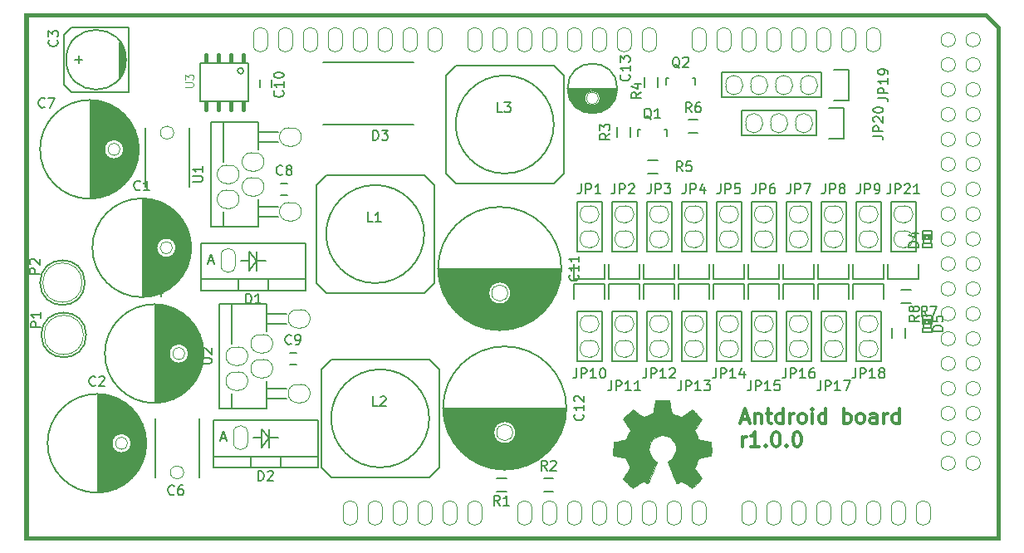
<source format=gto>
G04 #@! TF.FileFunction,Legend,Top*
%FSLAX46Y46*%
G04 Gerber Fmt 4.6, Leading zero omitted, Abs format (unit mm)*
G04 Created by KiCad (PCBNEW (2015-07-04 BZR 5884)-product) date Tue 14 Jul 2015 00:30:23 CEST*
%MOMM*%
G01*
G04 APERTURE LIST*
%ADD10C,0.050000*%
%ADD11C,0.300000*%
%ADD12C,0.010000*%
%ADD13C,0.381000*%
%ADD14C,0.002540*%
%ADD15C,0.150000*%
%ADD16C,0.127000*%
%ADD17C,0.410000*%
%ADD18C,0.076200*%
G04 APERTURE END LIST*
D10*
D11*
X73127834Y12313960D02*
X73842120Y12313960D01*
X72984977Y11885389D02*
X73484977Y13385389D01*
X73984977Y11885389D01*
X74484977Y12885389D02*
X74484977Y11885389D01*
X74484977Y12742531D02*
X74556405Y12813960D01*
X74699263Y12885389D01*
X74913548Y12885389D01*
X75056405Y12813960D01*
X75127834Y12671103D01*
X75127834Y11885389D01*
X75627834Y12885389D02*
X76199263Y12885389D01*
X75842120Y13385389D02*
X75842120Y12099674D01*
X75913548Y11956817D01*
X76056406Y11885389D01*
X76199263Y11885389D01*
X77342120Y11885389D02*
X77342120Y13385389D01*
X77342120Y11956817D02*
X77199263Y11885389D01*
X76913549Y11885389D01*
X76770691Y11956817D01*
X76699263Y12028246D01*
X76627834Y12171103D01*
X76627834Y12599674D01*
X76699263Y12742531D01*
X76770691Y12813960D01*
X76913549Y12885389D01*
X77199263Y12885389D01*
X77342120Y12813960D01*
X78056406Y11885389D02*
X78056406Y12885389D01*
X78056406Y12599674D02*
X78127834Y12742531D01*
X78199263Y12813960D01*
X78342120Y12885389D01*
X78484977Y12885389D01*
X79199263Y11885389D02*
X79056405Y11956817D01*
X78984977Y12028246D01*
X78913548Y12171103D01*
X78913548Y12599674D01*
X78984977Y12742531D01*
X79056405Y12813960D01*
X79199263Y12885389D01*
X79413548Y12885389D01*
X79556405Y12813960D01*
X79627834Y12742531D01*
X79699263Y12599674D01*
X79699263Y12171103D01*
X79627834Y12028246D01*
X79556405Y11956817D01*
X79413548Y11885389D01*
X79199263Y11885389D01*
X80342120Y11885389D02*
X80342120Y12885389D01*
X80342120Y13385389D02*
X80270691Y13313960D01*
X80342120Y13242531D01*
X80413548Y13313960D01*
X80342120Y13385389D01*
X80342120Y13242531D01*
X81699263Y11885389D02*
X81699263Y13385389D01*
X81699263Y11956817D02*
X81556406Y11885389D01*
X81270692Y11885389D01*
X81127834Y11956817D01*
X81056406Y12028246D01*
X80984977Y12171103D01*
X80984977Y12599674D01*
X81056406Y12742531D01*
X81127834Y12813960D01*
X81270692Y12885389D01*
X81556406Y12885389D01*
X81699263Y12813960D01*
X83556406Y11885389D02*
X83556406Y13385389D01*
X83556406Y12813960D02*
X83699263Y12885389D01*
X83984977Y12885389D01*
X84127834Y12813960D01*
X84199263Y12742531D01*
X84270692Y12599674D01*
X84270692Y12171103D01*
X84199263Y12028246D01*
X84127834Y11956817D01*
X83984977Y11885389D01*
X83699263Y11885389D01*
X83556406Y11956817D01*
X85127835Y11885389D02*
X84984977Y11956817D01*
X84913549Y12028246D01*
X84842120Y12171103D01*
X84842120Y12599674D01*
X84913549Y12742531D01*
X84984977Y12813960D01*
X85127835Y12885389D01*
X85342120Y12885389D01*
X85484977Y12813960D01*
X85556406Y12742531D01*
X85627835Y12599674D01*
X85627835Y12171103D01*
X85556406Y12028246D01*
X85484977Y11956817D01*
X85342120Y11885389D01*
X85127835Y11885389D01*
X86913549Y11885389D02*
X86913549Y12671103D01*
X86842120Y12813960D01*
X86699263Y12885389D01*
X86413549Y12885389D01*
X86270692Y12813960D01*
X86913549Y11956817D02*
X86770692Y11885389D01*
X86413549Y11885389D01*
X86270692Y11956817D01*
X86199263Y12099674D01*
X86199263Y12242531D01*
X86270692Y12385389D01*
X86413549Y12456817D01*
X86770692Y12456817D01*
X86913549Y12528246D01*
X87627835Y11885389D02*
X87627835Y12885389D01*
X87627835Y12599674D02*
X87699263Y12742531D01*
X87770692Y12813960D01*
X87913549Y12885389D01*
X88056406Y12885389D01*
X89199263Y11885389D02*
X89199263Y13385389D01*
X89199263Y11956817D02*
X89056406Y11885389D01*
X88770692Y11885389D01*
X88627834Y11956817D01*
X88556406Y12028246D01*
X88484977Y12171103D01*
X88484977Y12599674D01*
X88556406Y12742531D01*
X88627834Y12813960D01*
X88770692Y12885389D01*
X89056406Y12885389D01*
X89199263Y12813960D01*
X73199263Y9485389D02*
X73199263Y10485389D01*
X73199263Y10199674D02*
X73270691Y10342531D01*
X73342120Y10413960D01*
X73484977Y10485389D01*
X73627834Y10485389D01*
X74913548Y9485389D02*
X74056405Y9485389D01*
X74484977Y9485389D02*
X74484977Y10985389D01*
X74342120Y10771103D01*
X74199262Y10628246D01*
X74056405Y10556817D01*
X75556405Y9628246D02*
X75627833Y9556817D01*
X75556405Y9485389D01*
X75484976Y9556817D01*
X75556405Y9628246D01*
X75556405Y9485389D01*
X76556405Y10985389D02*
X76699262Y10985389D01*
X76842119Y10913960D01*
X76913548Y10842531D01*
X76984977Y10699674D01*
X77056405Y10413960D01*
X77056405Y10056817D01*
X76984977Y9771103D01*
X76913548Y9628246D01*
X76842119Y9556817D01*
X76699262Y9485389D01*
X76556405Y9485389D01*
X76413548Y9556817D01*
X76342119Y9628246D01*
X76270691Y9771103D01*
X76199262Y10056817D01*
X76199262Y10413960D01*
X76270691Y10699674D01*
X76342119Y10842531D01*
X76413548Y10913960D01*
X76556405Y10985389D01*
X77699262Y9628246D02*
X77770690Y9556817D01*
X77699262Y9485389D01*
X77627833Y9556817D01*
X77699262Y9628246D01*
X77699262Y9485389D01*
X78699262Y10985389D02*
X78842119Y10985389D01*
X78984976Y10913960D01*
X79056405Y10842531D01*
X79127834Y10699674D01*
X79199262Y10413960D01*
X79199262Y10056817D01*
X79127834Y9771103D01*
X79056405Y9628246D01*
X78984976Y9556817D01*
X78842119Y9485389D01*
X78699262Y9485389D01*
X78556405Y9556817D01*
X78484976Y9628246D01*
X78413548Y9771103D01*
X78342119Y10056817D01*
X78342119Y10413960D01*
X78413548Y10699674D01*
X78484976Y10842531D01*
X78556405Y10913960D01*
X78699262Y10985389D01*
D12*
X5080Y5080D02*
X99451160Y5080D01*
X5080Y53721000D02*
X5080Y5080D01*
X98054160Y53721000D02*
X5080Y53721000D01*
X99451160Y52324000D02*
X98054160Y53721000D01*
X99451160Y5080D02*
X99451160Y52324000D01*
D13*
X99258120Y187960D02*
X198120Y187960D01*
X97988120Y53527960D02*
X198120Y53527960D01*
X99258120Y2727960D02*
X99258120Y52257960D01*
X99258120Y52257960D02*
X97988120Y53527960D01*
X198120Y187960D02*
X198120Y53527960D01*
X99258120Y2727960D02*
X99258120Y187960D01*
D14*
G36*
X62001400Y5285740D02*
X62052200Y5313680D01*
X62171580Y5387340D01*
X62336680Y5496560D01*
X62534800Y5628640D01*
X62732920Y5760720D01*
X62895480Y5869940D01*
X63009780Y5943600D01*
X63058040Y5971540D01*
X63083440Y5961380D01*
X63177420Y5915660D01*
X63314580Y5844540D01*
X63393320Y5803900D01*
X63517780Y5750560D01*
X63581280Y5737860D01*
X63591440Y5755640D01*
X63637160Y5852160D01*
X63708280Y6014720D01*
X63802260Y6233160D01*
X63911480Y6487160D01*
X64025780Y6758940D01*
X64142620Y7038340D01*
X64254380Y7305040D01*
X64350900Y7543800D01*
X64429640Y7739380D01*
X64480440Y7874000D01*
X64500760Y7932420D01*
X64495680Y7945120D01*
X64432180Y8006080D01*
X64322960Y8087360D01*
X64086740Y8280400D01*
X63853060Y8572500D01*
X63710820Y8902700D01*
X63662560Y9271000D01*
X63703200Y9611360D01*
X63837820Y9939020D01*
X64066420Y10233660D01*
X64343280Y10454640D01*
X64668400Y10591800D01*
X65031620Y10637520D01*
X65379600Y10596880D01*
X65714880Y10464800D01*
X66009520Y10241280D01*
X66133980Y10096500D01*
X66306700Y9799320D01*
X66403220Y9479280D01*
X66413380Y9398000D01*
X66400680Y9047480D01*
X66296540Y8709660D01*
X66111120Y8407400D01*
X65852040Y8161020D01*
X65821560Y8138160D01*
X65702180Y8049260D01*
X65620900Y7988300D01*
X65559940Y7937500D01*
X66006980Y6860540D01*
X66078100Y6690360D01*
X66200020Y6395720D01*
X66309240Y6141720D01*
X66393060Y5941060D01*
X66454020Y5806440D01*
X66479420Y5750560D01*
X66481960Y5748020D01*
X66522600Y5740400D01*
X66603880Y5770880D01*
X66753740Y5844540D01*
X66852800Y5895340D01*
X66967100Y5951220D01*
X67020440Y5971540D01*
X67063620Y5946140D01*
X67172840Y5875020D01*
X67332860Y5768340D01*
X67525900Y5638800D01*
X67708780Y5514340D01*
X67876420Y5402580D01*
X68000880Y5323840D01*
X68059300Y5290820D01*
X68069460Y5290820D01*
X68122800Y5321300D01*
X68219320Y5402580D01*
X68366640Y5539740D01*
X68572380Y5745480D01*
X68605400Y5775960D01*
X68775580Y5951220D01*
X68912740Y6096000D01*
X69006720Y6200140D01*
X69039740Y6245860D01*
X69039740Y6245860D01*
X69009260Y6304280D01*
X68933060Y6426200D01*
X68821300Y6598920D01*
X68684140Y6797040D01*
X68328540Y7315200D01*
X68524120Y7805420D01*
X68582540Y7955280D01*
X68658740Y8135620D01*
X68717160Y8265160D01*
X68745100Y8321040D01*
X68798440Y8341360D01*
X68933060Y8371840D01*
X69126100Y8412480D01*
X69357240Y8455660D01*
X69578220Y8496300D01*
X69776340Y8534400D01*
X69921120Y8562340D01*
X69984620Y8575040D01*
X69999860Y8585200D01*
X70015100Y8615680D01*
X70022720Y8684260D01*
X70027800Y8803640D01*
X70030340Y8994140D01*
X70030340Y9271000D01*
X70030340Y9301480D01*
X70027800Y9563100D01*
X70022720Y9773920D01*
X70015100Y9911080D01*
X70007480Y9964420D01*
X70004940Y9964420D01*
X69943980Y9979660D01*
X69804280Y10010140D01*
X69603620Y10048240D01*
X69367400Y10093960D01*
X69352160Y10096500D01*
X69115940Y10142220D01*
X68917820Y10182860D01*
X68778120Y10215880D01*
X68719700Y10233660D01*
X68707000Y10251440D01*
X68661280Y10342880D01*
X68592700Y10490200D01*
X68513960Y10668000D01*
X68437760Y10853420D01*
X68369180Y11021060D01*
X68326000Y11145520D01*
X68310760Y11201400D01*
X68313300Y11203940D01*
X68348860Y11259820D01*
X68430140Y11381740D01*
X68544440Y11551920D01*
X68681600Y11755120D01*
X68691760Y11770360D01*
X68828920Y11968480D01*
X68938140Y12138660D01*
X69011800Y12258040D01*
X69039740Y12313920D01*
X69039740Y12316460D01*
X68994020Y12377420D01*
X68892420Y12489180D01*
X68747640Y12641580D01*
X68572380Y12819380D01*
X68516500Y12872720D01*
X68320920Y13063220D01*
X68186300Y13187680D01*
X68102480Y13253720D01*
X68061840Y13268960D01*
X68061840Y13266420D01*
X68000880Y13230860D01*
X67873880Y13149580D01*
X67703700Y13032740D01*
X67500500Y12895580D01*
X67485260Y12885420D01*
X67287140Y12748260D01*
X67119500Y12636500D01*
X67002660Y12557760D01*
X66949320Y12527280D01*
X66941700Y12527280D01*
X66860420Y12550140D01*
X66718180Y12600940D01*
X66542920Y12669520D01*
X66357500Y12743180D01*
X66189860Y12814300D01*
X66062860Y12870180D01*
X66004440Y12905740D01*
X66001900Y12908280D01*
X65981580Y12979400D01*
X65946020Y13129260D01*
X65905380Y13335000D01*
X65857120Y13578840D01*
X65849500Y13619480D01*
X65806320Y13858240D01*
X65768220Y14053820D01*
X65740280Y14190980D01*
X65725040Y14246860D01*
X65692020Y14254480D01*
X65575180Y14262100D01*
X65397380Y14267180D01*
X65181480Y14269720D01*
X64955420Y14267180D01*
X64734440Y14262100D01*
X64546480Y14257020D01*
X64411860Y14246860D01*
X64355980Y14236700D01*
X64353440Y14231620D01*
X64333120Y14157960D01*
X64300100Y14008100D01*
X64256920Y13802360D01*
X64211200Y13555980D01*
X64201040Y13512800D01*
X64157860Y13276580D01*
X64117220Y13081000D01*
X64089280Y12946380D01*
X64074040Y12893040D01*
X64051180Y12882880D01*
X63954660Y12839700D01*
X63794640Y12773660D01*
X63596520Y12694920D01*
X63139320Y12509500D01*
X62577980Y12893040D01*
X62527180Y12928600D01*
X62323980Y13065760D01*
X62158880Y13174980D01*
X62044580Y13251180D01*
X61996320Y13276580D01*
X61991240Y13276580D01*
X61935360Y13225780D01*
X61826140Y13121640D01*
X61673740Y12974320D01*
X61495940Y12799060D01*
X61366400Y12666980D01*
X61211460Y12509500D01*
X61112400Y12405360D01*
X61059060Y12336780D01*
X61041280Y12296140D01*
X61046360Y12268200D01*
X61081920Y12209780D01*
X61163200Y12087860D01*
X61280040Y11917680D01*
X61417200Y11719560D01*
X61528960Y11551920D01*
X61650880Y11363960D01*
X61729620Y11229340D01*
X61757560Y11163300D01*
X61749940Y11137900D01*
X61711840Y11026140D01*
X61643260Y10861040D01*
X61559440Y10662920D01*
X61363860Y10218420D01*
X61074300Y10162540D01*
X60896500Y10129520D01*
X60650120Y10081260D01*
X60413900Y10035540D01*
X60045600Y9964420D01*
X60032900Y8610600D01*
X60088780Y8585200D01*
X60144660Y8569960D01*
X60281820Y8539480D01*
X60474860Y8501380D01*
X60706000Y8458200D01*
X60901580Y8422640D01*
X61099700Y8384540D01*
X61241940Y8356600D01*
X61302900Y8343900D01*
X61320680Y8321040D01*
X61368940Y8227060D01*
X61440060Y8074660D01*
X61518800Y7891780D01*
X61597540Y7701280D01*
X61666120Y7526020D01*
X61714380Y7393940D01*
X61734700Y7325360D01*
X61706760Y7272020D01*
X61633100Y7155180D01*
X61523880Y6990080D01*
X61389260Y6794500D01*
X61254640Y6598920D01*
X61140340Y6431280D01*
X61061600Y6309360D01*
X61028580Y6253480D01*
X61046360Y6217920D01*
X61125100Y6121400D01*
X61272420Y5969000D01*
X61493400Y5750560D01*
X61528960Y5715000D01*
X61704220Y5547360D01*
X61851540Y5410200D01*
X61955680Y5318760D01*
X62001400Y5285740D01*
X62001400Y5285740D01*
G37*
X62001400Y5285740D02*
X62052200Y5313680D01*
X62171580Y5387340D01*
X62336680Y5496560D01*
X62534800Y5628640D01*
X62732920Y5760720D01*
X62895480Y5869940D01*
X63009780Y5943600D01*
X63058040Y5971540D01*
X63083440Y5961380D01*
X63177420Y5915660D01*
X63314580Y5844540D01*
X63393320Y5803900D01*
X63517780Y5750560D01*
X63581280Y5737860D01*
X63591440Y5755640D01*
X63637160Y5852160D01*
X63708280Y6014720D01*
X63802260Y6233160D01*
X63911480Y6487160D01*
X64025780Y6758940D01*
X64142620Y7038340D01*
X64254380Y7305040D01*
X64350900Y7543800D01*
X64429640Y7739380D01*
X64480440Y7874000D01*
X64500760Y7932420D01*
X64495680Y7945120D01*
X64432180Y8006080D01*
X64322960Y8087360D01*
X64086740Y8280400D01*
X63853060Y8572500D01*
X63710820Y8902700D01*
X63662560Y9271000D01*
X63703200Y9611360D01*
X63837820Y9939020D01*
X64066420Y10233660D01*
X64343280Y10454640D01*
X64668400Y10591800D01*
X65031620Y10637520D01*
X65379600Y10596880D01*
X65714880Y10464800D01*
X66009520Y10241280D01*
X66133980Y10096500D01*
X66306700Y9799320D01*
X66403220Y9479280D01*
X66413380Y9398000D01*
X66400680Y9047480D01*
X66296540Y8709660D01*
X66111120Y8407400D01*
X65852040Y8161020D01*
X65821560Y8138160D01*
X65702180Y8049260D01*
X65620900Y7988300D01*
X65559940Y7937500D01*
X66006980Y6860540D01*
X66078100Y6690360D01*
X66200020Y6395720D01*
X66309240Y6141720D01*
X66393060Y5941060D01*
X66454020Y5806440D01*
X66479420Y5750560D01*
X66481960Y5748020D01*
X66522600Y5740400D01*
X66603880Y5770880D01*
X66753740Y5844540D01*
X66852800Y5895340D01*
X66967100Y5951220D01*
X67020440Y5971540D01*
X67063620Y5946140D01*
X67172840Y5875020D01*
X67332860Y5768340D01*
X67525900Y5638800D01*
X67708780Y5514340D01*
X67876420Y5402580D01*
X68000880Y5323840D01*
X68059300Y5290820D01*
X68069460Y5290820D01*
X68122800Y5321300D01*
X68219320Y5402580D01*
X68366640Y5539740D01*
X68572380Y5745480D01*
X68605400Y5775960D01*
X68775580Y5951220D01*
X68912740Y6096000D01*
X69006720Y6200140D01*
X69039740Y6245860D01*
X69039740Y6245860D01*
X69009260Y6304280D01*
X68933060Y6426200D01*
X68821300Y6598920D01*
X68684140Y6797040D01*
X68328540Y7315200D01*
X68524120Y7805420D01*
X68582540Y7955280D01*
X68658740Y8135620D01*
X68717160Y8265160D01*
X68745100Y8321040D01*
X68798440Y8341360D01*
X68933060Y8371840D01*
X69126100Y8412480D01*
X69357240Y8455660D01*
X69578220Y8496300D01*
X69776340Y8534400D01*
X69921120Y8562340D01*
X69984620Y8575040D01*
X69999860Y8585200D01*
X70015100Y8615680D01*
X70022720Y8684260D01*
X70027800Y8803640D01*
X70030340Y8994140D01*
X70030340Y9271000D01*
X70030340Y9301480D01*
X70027800Y9563100D01*
X70022720Y9773920D01*
X70015100Y9911080D01*
X70007480Y9964420D01*
X70004940Y9964420D01*
X69943980Y9979660D01*
X69804280Y10010140D01*
X69603620Y10048240D01*
X69367400Y10093960D01*
X69352160Y10096500D01*
X69115940Y10142220D01*
X68917820Y10182860D01*
X68778120Y10215880D01*
X68719700Y10233660D01*
X68707000Y10251440D01*
X68661280Y10342880D01*
X68592700Y10490200D01*
X68513960Y10668000D01*
X68437760Y10853420D01*
X68369180Y11021060D01*
X68326000Y11145520D01*
X68310760Y11201400D01*
X68313300Y11203940D01*
X68348860Y11259820D01*
X68430140Y11381740D01*
X68544440Y11551920D01*
X68681600Y11755120D01*
X68691760Y11770360D01*
X68828920Y11968480D01*
X68938140Y12138660D01*
X69011800Y12258040D01*
X69039740Y12313920D01*
X69039740Y12316460D01*
X68994020Y12377420D01*
X68892420Y12489180D01*
X68747640Y12641580D01*
X68572380Y12819380D01*
X68516500Y12872720D01*
X68320920Y13063220D01*
X68186300Y13187680D01*
X68102480Y13253720D01*
X68061840Y13268960D01*
X68061840Y13266420D01*
X68000880Y13230860D01*
X67873880Y13149580D01*
X67703700Y13032740D01*
X67500500Y12895580D01*
X67485260Y12885420D01*
X67287140Y12748260D01*
X67119500Y12636500D01*
X67002660Y12557760D01*
X66949320Y12527280D01*
X66941700Y12527280D01*
X66860420Y12550140D01*
X66718180Y12600940D01*
X66542920Y12669520D01*
X66357500Y12743180D01*
X66189860Y12814300D01*
X66062860Y12870180D01*
X66004440Y12905740D01*
X66001900Y12908280D01*
X65981580Y12979400D01*
X65946020Y13129260D01*
X65905380Y13335000D01*
X65857120Y13578840D01*
X65849500Y13619480D01*
X65806320Y13858240D01*
X65768220Y14053820D01*
X65740280Y14190980D01*
X65725040Y14246860D01*
X65692020Y14254480D01*
X65575180Y14262100D01*
X65397380Y14267180D01*
X65181480Y14269720D01*
X64955420Y14267180D01*
X64734440Y14262100D01*
X64546480Y14257020D01*
X64411860Y14246860D01*
X64355980Y14236700D01*
X64353440Y14231620D01*
X64333120Y14157960D01*
X64300100Y14008100D01*
X64256920Y13802360D01*
X64211200Y13555980D01*
X64201040Y13512800D01*
X64157860Y13276580D01*
X64117220Y13081000D01*
X64089280Y12946380D01*
X64074040Y12893040D01*
X64051180Y12882880D01*
X63954660Y12839700D01*
X63794640Y12773660D01*
X63596520Y12694920D01*
X63139320Y12509500D01*
X62577980Y12893040D01*
X62527180Y12928600D01*
X62323980Y13065760D01*
X62158880Y13174980D01*
X62044580Y13251180D01*
X61996320Y13276580D01*
X61991240Y13276580D01*
X61935360Y13225780D01*
X61826140Y13121640D01*
X61673740Y12974320D01*
X61495940Y12799060D01*
X61366400Y12666980D01*
X61211460Y12509500D01*
X61112400Y12405360D01*
X61059060Y12336780D01*
X61041280Y12296140D01*
X61046360Y12268200D01*
X61081920Y12209780D01*
X61163200Y12087860D01*
X61280040Y11917680D01*
X61417200Y11719560D01*
X61528960Y11551920D01*
X61650880Y11363960D01*
X61729620Y11229340D01*
X61757560Y11163300D01*
X61749940Y11137900D01*
X61711840Y11026140D01*
X61643260Y10861040D01*
X61559440Y10662920D01*
X61363860Y10218420D01*
X61074300Y10162540D01*
X60896500Y10129520D01*
X60650120Y10081260D01*
X60413900Y10035540D01*
X60045600Y9964420D01*
X60032900Y8610600D01*
X60088780Y8585200D01*
X60144660Y8569960D01*
X60281820Y8539480D01*
X60474860Y8501380D01*
X60706000Y8458200D01*
X60901580Y8422640D01*
X61099700Y8384540D01*
X61241940Y8356600D01*
X61302900Y8343900D01*
X61320680Y8321040D01*
X61368940Y8227060D01*
X61440060Y8074660D01*
X61518800Y7891780D01*
X61597540Y7701280D01*
X61666120Y7526020D01*
X61714380Y7393940D01*
X61734700Y7325360D01*
X61706760Y7272020D01*
X61633100Y7155180D01*
X61523880Y6990080D01*
X61389260Y6794500D01*
X61254640Y6598920D01*
X61140340Y6431280D01*
X61061600Y6309360D01*
X61028580Y6253480D01*
X61046360Y6217920D01*
X61125100Y6121400D01*
X61272420Y5969000D01*
X61493400Y5750560D01*
X61528960Y5715000D01*
X61704220Y5547360D01*
X61851540Y5410200D01*
X61955680Y5318760D01*
X62001400Y5285740D01*
D15*
X12044120Y34777960D02*
X12044120Y24779960D01*
X12184120Y34773960D02*
X12184120Y24783960D01*
X12324120Y34765960D02*
X12324120Y24791960D01*
X12464120Y34753960D02*
X12464120Y24803960D01*
X12604120Y34738960D02*
X12604120Y24818960D01*
X12744120Y34718960D02*
X12744120Y24838960D01*
X12884120Y34694960D02*
X12884120Y24862960D01*
X13024120Y34665960D02*
X13024120Y24891960D01*
X13164120Y34633960D02*
X13164120Y24923960D01*
X13304120Y34596960D02*
X13304120Y24960960D01*
X13444120Y34555960D02*
X13444120Y25001960D01*
X13584120Y34510960D02*
X13584120Y30244960D01*
X13584120Y29312960D02*
X13584120Y25046960D01*
X13724120Y34460960D02*
X13724120Y30445960D01*
X13724120Y29111960D02*
X13724120Y25096960D01*
X13864120Y34405960D02*
X13864120Y30574960D01*
X13864120Y28982960D02*
X13864120Y25151960D01*
X14004120Y34345960D02*
X14004120Y30663960D01*
X14004120Y28893960D02*
X14004120Y25211960D01*
X14144120Y34280960D02*
X14144120Y30724960D01*
X14144120Y28832960D02*
X14144120Y25276960D01*
X14284120Y34210960D02*
X14284120Y30761960D01*
X14284120Y28795960D02*
X14284120Y25346960D01*
X14424120Y34134960D02*
X14424120Y30777960D01*
X14424120Y28779960D02*
X14424120Y25422960D01*
X14564120Y34052960D02*
X14564120Y30773960D01*
X14564120Y28783960D02*
X14564120Y25504960D01*
X14704120Y33964960D02*
X14704120Y30750960D01*
X14704120Y28806960D02*
X14704120Y25592960D01*
X14844120Y33869960D02*
X14844120Y30705960D01*
X14844120Y28851960D02*
X14844120Y25687960D01*
X14984120Y33767960D02*
X14984120Y30635960D01*
X14984120Y28921960D02*
X14984120Y25789960D01*
X15124120Y33657960D02*
X15124120Y30534960D01*
X15124120Y29022960D02*
X15124120Y25899960D01*
X15264120Y33539960D02*
X15264120Y30385960D01*
X15264120Y29171960D02*
X15264120Y26017960D01*
X15404120Y33411960D02*
X15404120Y30133960D01*
X15404120Y29423960D02*
X15404120Y26145960D01*
X15544120Y33274960D02*
X15544120Y26282960D01*
X15684120Y33124960D02*
X15684120Y26432960D01*
X15824120Y32962960D02*
X15824120Y26594960D01*
X15964120Y32785960D02*
X15964120Y26771960D01*
X16104120Y32589960D02*
X16104120Y26967960D01*
X16244120Y32371960D02*
X16244120Y27185960D01*
X16384120Y32125960D02*
X16384120Y27431960D01*
X16524120Y31840960D02*
X16524120Y27716960D01*
X16664120Y31498960D02*
X16664120Y28058960D01*
X16804120Y31052960D02*
X16804120Y28504960D01*
X16944120Y30277960D02*
X16944120Y29279960D01*
X15469120Y29778960D02*
G75*
G03X15469120Y29778960I-1000000J0D01*
G01*
X17006620Y29778960D02*
G75*
G03X17006620Y29778960I-5037500J0D01*
G01*
X7472120Y14838960D02*
X7472120Y4840960D01*
X7612120Y14834960D02*
X7612120Y4844960D01*
X7752120Y14826960D02*
X7752120Y4852960D01*
X7892120Y14814960D02*
X7892120Y4864960D01*
X8032120Y14799960D02*
X8032120Y4879960D01*
X8172120Y14779960D02*
X8172120Y4899960D01*
X8312120Y14755960D02*
X8312120Y4923960D01*
X8452120Y14726960D02*
X8452120Y4952960D01*
X8592120Y14694960D02*
X8592120Y4984960D01*
X8732120Y14657960D02*
X8732120Y5021960D01*
X8872120Y14616960D02*
X8872120Y5062960D01*
X9012120Y14571960D02*
X9012120Y10305960D01*
X9012120Y9373960D02*
X9012120Y5107960D01*
X9152120Y14521960D02*
X9152120Y10506960D01*
X9152120Y9172960D02*
X9152120Y5157960D01*
X9292120Y14466960D02*
X9292120Y10635960D01*
X9292120Y9043960D02*
X9292120Y5212960D01*
X9432120Y14406960D02*
X9432120Y10724960D01*
X9432120Y8954960D02*
X9432120Y5272960D01*
X9572120Y14341960D02*
X9572120Y10785960D01*
X9572120Y8893960D02*
X9572120Y5337960D01*
X9712120Y14271960D02*
X9712120Y10822960D01*
X9712120Y8856960D02*
X9712120Y5407960D01*
X9852120Y14195960D02*
X9852120Y10838960D01*
X9852120Y8840960D02*
X9852120Y5483960D01*
X9992120Y14113960D02*
X9992120Y10834960D01*
X9992120Y8844960D02*
X9992120Y5565960D01*
X10132120Y14025960D02*
X10132120Y10811960D01*
X10132120Y8867960D02*
X10132120Y5653960D01*
X10272120Y13930960D02*
X10272120Y10766960D01*
X10272120Y8912960D02*
X10272120Y5748960D01*
X10412120Y13828960D02*
X10412120Y10696960D01*
X10412120Y8982960D02*
X10412120Y5850960D01*
X10552120Y13718960D02*
X10552120Y10595960D01*
X10552120Y9083960D02*
X10552120Y5960960D01*
X10692120Y13600960D02*
X10692120Y10446960D01*
X10692120Y9232960D02*
X10692120Y6078960D01*
X10832120Y13472960D02*
X10832120Y10194960D01*
X10832120Y9484960D02*
X10832120Y6206960D01*
X10972120Y13335960D02*
X10972120Y6343960D01*
X11112120Y13185960D02*
X11112120Y6493960D01*
X11252120Y13023960D02*
X11252120Y6655960D01*
X11392120Y12846960D02*
X11392120Y6832960D01*
X11532120Y12650960D02*
X11532120Y7028960D01*
X11672120Y12432960D02*
X11672120Y7246960D01*
X11812120Y12186960D02*
X11812120Y7492960D01*
X11952120Y11901960D02*
X11952120Y7777960D01*
X12092120Y11559960D02*
X12092120Y8119960D01*
X12232120Y11113960D02*
X12232120Y8565960D01*
X12372120Y10338960D02*
X12372120Y9340960D01*
X10897120Y9839960D02*
G75*
G03X10897120Y9839960I-1000000J0D01*
G01*
X12434620Y9839960D02*
G75*
G03X12434620Y9839960I-5037500J0D01*
G01*
X6710120Y44810960D02*
X6710120Y34812960D01*
X6850120Y44806960D02*
X6850120Y34816960D01*
X6990120Y44798960D02*
X6990120Y34824960D01*
X7130120Y44786960D02*
X7130120Y34836960D01*
X7270120Y44771960D02*
X7270120Y34851960D01*
X7410120Y44751960D02*
X7410120Y34871960D01*
X7550120Y44727960D02*
X7550120Y34895960D01*
X7690120Y44698960D02*
X7690120Y34924960D01*
X7830120Y44666960D02*
X7830120Y34956960D01*
X7970120Y44629960D02*
X7970120Y34993960D01*
X8110120Y44588960D02*
X8110120Y35034960D01*
X8250120Y44543960D02*
X8250120Y40277960D01*
X8250120Y39345960D02*
X8250120Y35079960D01*
X8390120Y44493960D02*
X8390120Y40478960D01*
X8390120Y39144960D02*
X8390120Y35129960D01*
X8530120Y44438960D02*
X8530120Y40607960D01*
X8530120Y39015960D02*
X8530120Y35184960D01*
X8670120Y44378960D02*
X8670120Y40696960D01*
X8670120Y38926960D02*
X8670120Y35244960D01*
X8810120Y44313960D02*
X8810120Y40757960D01*
X8810120Y38865960D02*
X8810120Y35309960D01*
X8950120Y44243960D02*
X8950120Y40794960D01*
X8950120Y38828960D02*
X8950120Y35379960D01*
X9090120Y44167960D02*
X9090120Y40810960D01*
X9090120Y38812960D02*
X9090120Y35455960D01*
X9230120Y44085960D02*
X9230120Y40806960D01*
X9230120Y38816960D02*
X9230120Y35537960D01*
X9370120Y43997960D02*
X9370120Y40783960D01*
X9370120Y38839960D02*
X9370120Y35625960D01*
X9510120Y43902960D02*
X9510120Y40738960D01*
X9510120Y38884960D02*
X9510120Y35720960D01*
X9650120Y43800960D02*
X9650120Y40668960D01*
X9650120Y38954960D02*
X9650120Y35822960D01*
X9790120Y43690960D02*
X9790120Y40567960D01*
X9790120Y39055960D02*
X9790120Y35932960D01*
X9930120Y43572960D02*
X9930120Y40418960D01*
X9930120Y39204960D02*
X9930120Y36050960D01*
X10070120Y43444960D02*
X10070120Y40166960D01*
X10070120Y39456960D02*
X10070120Y36178960D01*
X10210120Y43307960D02*
X10210120Y36315960D01*
X10350120Y43157960D02*
X10350120Y36465960D01*
X10490120Y42995960D02*
X10490120Y36627960D01*
X10630120Y42818960D02*
X10630120Y36804960D01*
X10770120Y42622960D02*
X10770120Y37000960D01*
X10910120Y42404960D02*
X10910120Y37218960D01*
X11050120Y42158960D02*
X11050120Y37464960D01*
X11190120Y41873960D02*
X11190120Y37749960D01*
X11330120Y41531960D02*
X11330120Y38091960D01*
X11470120Y41085960D02*
X11470120Y38537960D01*
X11610120Y40310960D02*
X11610120Y39312960D01*
X10135120Y39811960D02*
G75*
G03X10135120Y39811960I-1000000J0D01*
G01*
X11672620Y39811960D02*
G75*
G03X11672620Y39811960I-5037500J0D01*
G01*
X13314120Y23982960D02*
X13314120Y13984960D01*
X13454120Y23978960D02*
X13454120Y13988960D01*
X13594120Y23970960D02*
X13594120Y13996960D01*
X13734120Y23958960D02*
X13734120Y14008960D01*
X13874120Y23943960D02*
X13874120Y14023960D01*
X14014120Y23923960D02*
X14014120Y14043960D01*
X14154120Y23899960D02*
X14154120Y14067960D01*
X14294120Y23870960D02*
X14294120Y14096960D01*
X14434120Y23838960D02*
X14434120Y14128960D01*
X14574120Y23801960D02*
X14574120Y14165960D01*
X14714120Y23760960D02*
X14714120Y14206960D01*
X14854120Y23715960D02*
X14854120Y19449960D01*
X14854120Y18517960D02*
X14854120Y14251960D01*
X14994120Y23665960D02*
X14994120Y19650960D01*
X14994120Y18316960D02*
X14994120Y14301960D01*
X15134120Y23610960D02*
X15134120Y19779960D01*
X15134120Y18187960D02*
X15134120Y14356960D01*
X15274120Y23550960D02*
X15274120Y19868960D01*
X15274120Y18098960D02*
X15274120Y14416960D01*
X15414120Y23485960D02*
X15414120Y19929960D01*
X15414120Y18037960D02*
X15414120Y14481960D01*
X15554120Y23415960D02*
X15554120Y19966960D01*
X15554120Y18000960D02*
X15554120Y14551960D01*
X15694120Y23339960D02*
X15694120Y19982960D01*
X15694120Y17984960D02*
X15694120Y14627960D01*
X15834120Y23257960D02*
X15834120Y19978960D01*
X15834120Y17988960D02*
X15834120Y14709960D01*
X15974120Y23169960D02*
X15974120Y19955960D01*
X15974120Y18011960D02*
X15974120Y14797960D01*
X16114120Y23074960D02*
X16114120Y19910960D01*
X16114120Y18056960D02*
X16114120Y14892960D01*
X16254120Y22972960D02*
X16254120Y19840960D01*
X16254120Y18126960D02*
X16254120Y14994960D01*
X16394120Y22862960D02*
X16394120Y19739960D01*
X16394120Y18227960D02*
X16394120Y15104960D01*
X16534120Y22744960D02*
X16534120Y19590960D01*
X16534120Y18376960D02*
X16534120Y15222960D01*
X16674120Y22616960D02*
X16674120Y19338960D01*
X16674120Y18628960D02*
X16674120Y15350960D01*
X16814120Y22479960D02*
X16814120Y15487960D01*
X16954120Y22329960D02*
X16954120Y15637960D01*
X17094120Y22167960D02*
X17094120Y15799960D01*
X17234120Y21990960D02*
X17234120Y15976960D01*
X17374120Y21794960D02*
X17374120Y16172960D01*
X17514120Y21576960D02*
X17514120Y16390960D01*
X17654120Y21330960D02*
X17654120Y16636960D01*
X17794120Y21045960D02*
X17794120Y16921960D01*
X17934120Y20703960D02*
X17934120Y17263960D01*
X18074120Y20257960D02*
X18074120Y17709960D01*
X18214120Y19482960D02*
X18214120Y18484960D01*
X16739120Y18983960D02*
G75*
G03X16739120Y18983960I-1000000J0D01*
G01*
X18276620Y18983960D02*
G75*
G03X18276620Y18983960I-5037500J0D01*
G01*
X12299120Y36009960D02*
X12299120Y42009960D01*
X16799120Y42009960D02*
X16799120Y36009960D01*
X17815120Y12371960D02*
X17815120Y6371960D01*
X13315120Y6371960D02*
X13315120Y12371960D01*
X10231120Y48193960D02*
X10231120Y49717960D01*
X10104120Y50098960D02*
X10104120Y47812960D01*
X9977120Y47558960D02*
X9977120Y50352960D01*
X9850120Y50606960D02*
X9850120Y47304960D01*
X9723120Y47177960D02*
X9723120Y50733960D01*
X10358120Y48955960D02*
G75*
G03X10358120Y48955960I-3048000J0D01*
G01*
X10612120Y45653960D02*
X10612120Y52257960D01*
X10612120Y52257960D02*
X4770120Y52257960D01*
X4770120Y52257960D02*
X4008120Y51495960D01*
X4008120Y51495960D02*
X4008120Y46415960D01*
X4008120Y46415960D02*
X4770120Y45653960D01*
X4770120Y45653960D02*
X10612120Y45653960D01*
X5151120Y48955960D02*
X5913120Y48955960D01*
X5532120Y48574960D02*
X5532120Y49336960D01*
X26137120Y36347960D02*
X26837120Y36347960D01*
X26837120Y35147960D02*
X26137120Y35147960D01*
X27026120Y19075960D02*
X27726120Y19075960D01*
X27726120Y17875960D02*
X27026120Y17875960D01*
X23982120Y46192960D02*
X23982120Y46892960D01*
X25182120Y46892960D02*
X25182120Y46192960D01*
X54708120Y27584960D02*
X42208120Y27584960D01*
X54704120Y27444960D02*
X42212120Y27444960D01*
X54698120Y27304960D02*
X42218120Y27304960D01*
X54688120Y27164960D02*
X42228120Y27164960D01*
X54676120Y27024960D02*
X42240120Y27024960D01*
X54660120Y26884960D02*
X42256120Y26884960D01*
X54641120Y26744960D02*
X42275120Y26744960D01*
X54618120Y26604960D02*
X42298120Y26604960D01*
X54593120Y26464960D02*
X42323120Y26464960D01*
X54564120Y26324960D02*
X42352120Y26324960D01*
X54531120Y26184960D02*
X48979120Y26184960D01*
X47937120Y26184960D02*
X42385120Y26184960D01*
X54496120Y26044960D02*
X49192120Y26044960D01*
X47724120Y26044960D02*
X42420120Y26044960D01*
X54457120Y25904960D02*
X49334120Y25904960D01*
X47582120Y25904960D02*
X42459120Y25904960D01*
X54414120Y25764960D02*
X49436120Y25764960D01*
X47480120Y25764960D02*
X42502120Y25764960D01*
X54367120Y25624960D02*
X49510120Y25624960D01*
X47406120Y25624960D02*
X42549120Y25624960D01*
X54317120Y25484960D02*
X49561120Y25484960D01*
X47355120Y25484960D02*
X42599120Y25484960D01*
X54263120Y25344960D02*
X49593120Y25344960D01*
X47323120Y25344960D02*
X42653120Y25344960D01*
X54206120Y25204960D02*
X49607120Y25204960D01*
X47309120Y25204960D02*
X42710120Y25204960D01*
X54144120Y25064960D02*
X49604120Y25064960D01*
X47312120Y25064960D02*
X42772120Y25064960D01*
X54078120Y24924960D02*
X49584120Y24924960D01*
X47332120Y24924960D02*
X42838120Y24924960D01*
X54007120Y24784960D02*
X49545120Y24784960D01*
X47371120Y24784960D02*
X42909120Y24784960D01*
X53933120Y24644960D02*
X49486120Y24644960D01*
X47430120Y24644960D02*
X42983120Y24644960D01*
X53853120Y24504960D02*
X49403120Y24504960D01*
X47513120Y24504960D02*
X43063120Y24504960D01*
X53769120Y24364960D02*
X49289120Y24364960D01*
X47627120Y24364960D02*
X43147120Y24364960D01*
X53679120Y24224960D02*
X49128120Y24224960D01*
X47788120Y24224960D02*
X43237120Y24224960D01*
X53585120Y24084960D02*
X48867120Y24084960D01*
X48049120Y24084960D02*
X43331120Y24084960D01*
X53484120Y23944960D02*
X43432120Y23944960D01*
X53377120Y23804960D02*
X43539120Y23804960D01*
X53265120Y23664960D02*
X43651120Y23664960D01*
X53145120Y23524960D02*
X43771120Y23524960D01*
X53017120Y23384960D02*
X43899120Y23384960D01*
X52882120Y23244960D02*
X44034120Y23244960D01*
X52738120Y23104960D02*
X44178120Y23104960D01*
X52583120Y22964960D02*
X44333120Y22964960D01*
X52418120Y22824960D02*
X44498120Y22824960D01*
X52241120Y22684960D02*
X44675120Y22684960D01*
X52050120Y22544960D02*
X44866120Y22544960D01*
X51841120Y22404960D02*
X45075120Y22404960D01*
X51613120Y22264960D02*
X45303120Y22264960D01*
X51361120Y22124960D02*
X45555120Y22124960D01*
X51077120Y21984960D02*
X45839120Y21984960D01*
X50749120Y21844960D02*
X46167120Y21844960D01*
X50355120Y21704960D02*
X46561120Y21704960D01*
X49841120Y21564960D02*
X47075120Y21564960D01*
X48891120Y21424960D02*
X48025120Y21424960D01*
X49608120Y25159960D02*
G75*
G03X49608120Y25159960I-1150000J0D01*
G01*
X54745620Y27659960D02*
G75*
G03X54745620Y27659960I-6287500J0D01*
G01*
X55216120Y13360960D02*
X42716120Y13360960D01*
X55212120Y13220960D02*
X42720120Y13220960D01*
X55206120Y13080960D02*
X42726120Y13080960D01*
X55196120Y12940960D02*
X42736120Y12940960D01*
X55184120Y12800960D02*
X42748120Y12800960D01*
X55168120Y12660960D02*
X42764120Y12660960D01*
X55149120Y12520960D02*
X42783120Y12520960D01*
X55126120Y12380960D02*
X42806120Y12380960D01*
X55101120Y12240960D02*
X42831120Y12240960D01*
X55072120Y12100960D02*
X42860120Y12100960D01*
X55039120Y11960960D02*
X49487120Y11960960D01*
X48445120Y11960960D02*
X42893120Y11960960D01*
X55004120Y11820960D02*
X49700120Y11820960D01*
X48232120Y11820960D02*
X42928120Y11820960D01*
X54965120Y11680960D02*
X49842120Y11680960D01*
X48090120Y11680960D02*
X42967120Y11680960D01*
X54922120Y11540960D02*
X49944120Y11540960D01*
X47988120Y11540960D02*
X43010120Y11540960D01*
X54875120Y11400960D02*
X50018120Y11400960D01*
X47914120Y11400960D02*
X43057120Y11400960D01*
X54825120Y11260960D02*
X50069120Y11260960D01*
X47863120Y11260960D02*
X43107120Y11260960D01*
X54771120Y11120960D02*
X50101120Y11120960D01*
X47831120Y11120960D02*
X43161120Y11120960D01*
X54714120Y10980960D02*
X50115120Y10980960D01*
X47817120Y10980960D02*
X43218120Y10980960D01*
X54652120Y10840960D02*
X50112120Y10840960D01*
X47820120Y10840960D02*
X43280120Y10840960D01*
X54586120Y10700960D02*
X50092120Y10700960D01*
X47840120Y10700960D02*
X43346120Y10700960D01*
X54515120Y10560960D02*
X50053120Y10560960D01*
X47879120Y10560960D02*
X43417120Y10560960D01*
X54441120Y10420960D02*
X49994120Y10420960D01*
X47938120Y10420960D02*
X43491120Y10420960D01*
X54361120Y10280960D02*
X49911120Y10280960D01*
X48021120Y10280960D02*
X43571120Y10280960D01*
X54277120Y10140960D02*
X49797120Y10140960D01*
X48135120Y10140960D02*
X43655120Y10140960D01*
X54187120Y10000960D02*
X49636120Y10000960D01*
X48296120Y10000960D02*
X43745120Y10000960D01*
X54093120Y9860960D02*
X49375120Y9860960D01*
X48557120Y9860960D02*
X43839120Y9860960D01*
X53992120Y9720960D02*
X43940120Y9720960D01*
X53885120Y9580960D02*
X44047120Y9580960D01*
X53773120Y9440960D02*
X44159120Y9440960D01*
X53653120Y9300960D02*
X44279120Y9300960D01*
X53525120Y9160960D02*
X44407120Y9160960D01*
X53390120Y9020960D02*
X44542120Y9020960D01*
X53246120Y8880960D02*
X44686120Y8880960D01*
X53091120Y8740960D02*
X44841120Y8740960D01*
X52926120Y8600960D02*
X45006120Y8600960D01*
X52749120Y8460960D02*
X45183120Y8460960D01*
X52558120Y8320960D02*
X45374120Y8320960D01*
X52349120Y8180960D02*
X45583120Y8180960D01*
X52121120Y8040960D02*
X45811120Y8040960D01*
X51869120Y7900960D02*
X46063120Y7900960D01*
X51585120Y7760960D02*
X46347120Y7760960D01*
X51257120Y7620960D02*
X46675120Y7620960D01*
X50863120Y7480960D02*
X47069120Y7480960D01*
X50349120Y7340960D02*
X47583120Y7340960D01*
X49399120Y7200960D02*
X48533120Y7200960D01*
X50116120Y10935960D02*
G75*
G03X50116120Y10935960I-1150000J0D01*
G01*
X55253620Y13435960D02*
G75*
G03X55253620Y13435960I-6287500J0D01*
G01*
X60405920Y45950560D02*
X55407920Y45950560D01*
X60397920Y45810560D02*
X58060920Y45810560D01*
X57752920Y45810560D02*
X55415920Y45810560D01*
X60381920Y45670560D02*
X58379920Y45670560D01*
X57433920Y45670560D02*
X55431920Y45670560D01*
X60357920Y45530560D02*
X58526920Y45530560D01*
X57286920Y45530560D02*
X55455920Y45530560D01*
X60324920Y45390560D02*
X58618920Y45390560D01*
X57194920Y45390560D02*
X55488920Y45390560D01*
X60283920Y45250560D02*
X58674920Y45250560D01*
X57138920Y45250560D02*
X55529920Y45250560D01*
X60233920Y45110560D02*
X58701920Y45110560D01*
X57111920Y45110560D02*
X55579920Y45110560D01*
X60172920Y44970560D02*
X58704920Y44970560D01*
X57108920Y44970560D02*
X55640920Y44970560D01*
X60102920Y44830560D02*
X58682920Y44830560D01*
X57130920Y44830560D02*
X55710920Y44830560D01*
X60020920Y44690560D02*
X58632920Y44690560D01*
X57180920Y44690560D02*
X55792920Y44690560D01*
X59925920Y44550560D02*
X58550920Y44550560D01*
X57262920Y44550560D02*
X55887920Y44550560D01*
X59814920Y44410560D02*
X58418920Y44410560D01*
X57394920Y44410560D02*
X55998920Y44410560D01*
X59686920Y44270560D02*
X58171920Y44270560D01*
X57641920Y44270560D02*
X56126920Y44270560D01*
X59537920Y44130560D02*
X56275920Y44130560D01*
X59358920Y43990560D02*
X56454920Y43990560D01*
X59139920Y43850560D02*
X56673920Y43850560D01*
X58850920Y43710560D02*
X56962920Y43710560D01*
X58378920Y43570560D02*
X57434920Y43570560D01*
X58706920Y45025560D02*
G75*
G03X58706920Y45025560I-800000J0D01*
G01*
X60444420Y46025560D02*
G75*
G03X60444420Y46025560I-2537500J0D01*
G01*
X23693120Y28483560D02*
X24582120Y28483560D01*
X22804120Y28483560D02*
X22042120Y28483560D01*
X23693120Y28483560D02*
X22931120Y27467560D01*
X22931120Y27467560D02*
X22931120Y29372560D01*
X22931120Y29372560D02*
X23693120Y28483560D01*
X23693120Y27467560D02*
X23693120Y29372560D01*
X24836120Y25435560D02*
X24836120Y26578560D01*
X21788120Y25435560D02*
X21788120Y26578560D01*
X17978120Y26578560D02*
X17978120Y30261560D01*
X17978120Y30261560D02*
X28646120Y30261560D01*
X28646120Y30261560D02*
X28646120Y26578560D01*
X17978120Y25435560D02*
X17978120Y26578560D01*
X17978120Y26578560D02*
X28646120Y26578560D01*
X28646120Y26578560D02*
X28646120Y25435560D01*
X23312120Y25435560D02*
X28646120Y25435560D01*
X23312120Y25435560D02*
X17978120Y25435560D01*
X24963120Y10411460D02*
X25852120Y10411460D01*
X24074120Y10411460D02*
X23312120Y10411460D01*
X24963120Y10411460D02*
X24201120Y9395460D01*
X24201120Y9395460D02*
X24201120Y11300460D01*
X24201120Y11300460D02*
X24963120Y10411460D01*
X24963120Y9395460D02*
X24963120Y11300460D01*
X26106120Y7363460D02*
X26106120Y8506460D01*
X23058120Y7363460D02*
X23058120Y8506460D01*
X19248120Y8506460D02*
X19248120Y12189460D01*
X19248120Y12189460D02*
X29916120Y12189460D01*
X29916120Y12189460D02*
X29916120Y8506460D01*
X19248120Y7363460D02*
X19248120Y8506460D01*
X19248120Y8506460D02*
X29916120Y8506460D01*
X29916120Y8506460D02*
X29916120Y7363460D01*
X24582120Y7363460D02*
X29916120Y7363460D01*
X24582120Y7363460D02*
X19248120Y7363460D01*
X39715320Y42301560D02*
X30415320Y42301560D01*
X30415320Y48701560D02*
X39715320Y48701560D01*
X58872120Y29397960D02*
X58872120Y34477960D01*
X58872120Y34477960D02*
X56332120Y34477960D01*
X56332120Y34477960D02*
X56332120Y29397960D01*
X56052120Y26577960D02*
X56052120Y28127960D01*
X56332120Y29397960D02*
X58872120Y29397960D01*
X59152120Y28127960D02*
X59152120Y26577960D01*
X59152120Y26577960D02*
X56052120Y26577960D01*
X62428120Y29397960D02*
X62428120Y34477960D01*
X62428120Y34477960D02*
X59888120Y34477960D01*
X59888120Y34477960D02*
X59888120Y29397960D01*
X59608120Y26577960D02*
X59608120Y28127960D01*
X59888120Y29397960D02*
X62428120Y29397960D01*
X62708120Y28127960D02*
X62708120Y26577960D01*
X62708120Y26577960D02*
X59608120Y26577960D01*
X65984120Y29397960D02*
X65984120Y34477960D01*
X65984120Y34477960D02*
X63444120Y34477960D01*
X63444120Y34477960D02*
X63444120Y29397960D01*
X63164120Y26577960D02*
X63164120Y28127960D01*
X63444120Y29397960D02*
X65984120Y29397960D01*
X66264120Y28127960D02*
X66264120Y26577960D01*
X66264120Y26577960D02*
X63164120Y26577960D01*
X69540120Y29397960D02*
X69540120Y34477960D01*
X69540120Y34477960D02*
X67000120Y34477960D01*
X67000120Y34477960D02*
X67000120Y29397960D01*
X66720120Y26577960D02*
X66720120Y28127960D01*
X67000120Y29397960D02*
X69540120Y29397960D01*
X69820120Y28127960D02*
X69820120Y26577960D01*
X69820120Y26577960D02*
X66720120Y26577960D01*
X73096120Y29397960D02*
X73096120Y34477960D01*
X73096120Y34477960D02*
X70556120Y34477960D01*
X70556120Y34477960D02*
X70556120Y29397960D01*
X70276120Y26577960D02*
X70276120Y28127960D01*
X70556120Y29397960D02*
X73096120Y29397960D01*
X73376120Y28127960D02*
X73376120Y26577960D01*
X73376120Y26577960D02*
X70276120Y26577960D01*
X76652120Y29397960D02*
X76652120Y34477960D01*
X76652120Y34477960D02*
X74112120Y34477960D01*
X74112120Y34477960D02*
X74112120Y29397960D01*
X73832120Y26577960D02*
X73832120Y28127960D01*
X74112120Y29397960D02*
X76652120Y29397960D01*
X76932120Y28127960D02*
X76932120Y26577960D01*
X76932120Y26577960D02*
X73832120Y26577960D01*
X80208120Y29397960D02*
X80208120Y34477960D01*
X80208120Y34477960D02*
X77668120Y34477960D01*
X77668120Y34477960D02*
X77668120Y29397960D01*
X77388120Y26577960D02*
X77388120Y28127960D01*
X77668120Y29397960D02*
X80208120Y29397960D01*
X80488120Y28127960D02*
X80488120Y26577960D01*
X80488120Y26577960D02*
X77388120Y26577960D01*
X83764120Y29397960D02*
X83764120Y34477960D01*
X83764120Y34477960D02*
X81224120Y34477960D01*
X81224120Y34477960D02*
X81224120Y29397960D01*
X80944120Y26577960D02*
X80944120Y28127960D01*
X81224120Y29397960D02*
X83764120Y29397960D01*
X84044120Y28127960D02*
X84044120Y26577960D01*
X84044120Y26577960D02*
X80944120Y26577960D01*
X87320120Y29397960D02*
X87320120Y34477960D01*
X87320120Y34477960D02*
X84780120Y34477960D01*
X84780120Y34477960D02*
X84780120Y29397960D01*
X84500120Y26577960D02*
X84500120Y28127960D01*
X84780120Y29397960D02*
X87320120Y29397960D01*
X87600120Y28127960D02*
X87600120Y26577960D01*
X87600120Y26577960D02*
X84500120Y26577960D01*
X56332120Y23301960D02*
X56332120Y18221960D01*
X56332120Y18221960D02*
X58872120Y18221960D01*
X58872120Y18221960D02*
X58872120Y23301960D01*
X59152120Y26121960D02*
X59152120Y24571960D01*
X58872120Y23301960D02*
X56332120Y23301960D01*
X56052120Y24571960D02*
X56052120Y26121960D01*
X56052120Y26121960D02*
X59152120Y26121960D01*
X59888120Y23301960D02*
X59888120Y18221960D01*
X59888120Y18221960D02*
X62428120Y18221960D01*
X62428120Y18221960D02*
X62428120Y23301960D01*
X62708120Y26121960D02*
X62708120Y24571960D01*
X62428120Y23301960D02*
X59888120Y23301960D01*
X59608120Y24571960D02*
X59608120Y26121960D01*
X59608120Y26121960D02*
X62708120Y26121960D01*
X63444120Y23301960D02*
X63444120Y18221960D01*
X63444120Y18221960D02*
X65984120Y18221960D01*
X65984120Y18221960D02*
X65984120Y23301960D01*
X66264120Y26121960D02*
X66264120Y24571960D01*
X65984120Y23301960D02*
X63444120Y23301960D01*
X63164120Y24571960D02*
X63164120Y26121960D01*
X63164120Y26121960D02*
X66264120Y26121960D01*
X67000120Y23301960D02*
X67000120Y18221960D01*
X67000120Y18221960D02*
X69540120Y18221960D01*
X69540120Y18221960D02*
X69540120Y23301960D01*
X69820120Y26121960D02*
X69820120Y24571960D01*
X69540120Y23301960D02*
X67000120Y23301960D01*
X66720120Y24571960D02*
X66720120Y26121960D01*
X66720120Y26121960D02*
X69820120Y26121960D01*
X70556120Y23301960D02*
X70556120Y18221960D01*
X70556120Y18221960D02*
X73096120Y18221960D01*
X73096120Y18221960D02*
X73096120Y23301960D01*
X73376120Y26121960D02*
X73376120Y24571960D01*
X73096120Y23301960D02*
X70556120Y23301960D01*
X70276120Y24571960D02*
X70276120Y26121960D01*
X70276120Y26121960D02*
X73376120Y26121960D01*
X74112120Y23301960D02*
X74112120Y18221960D01*
X74112120Y18221960D02*
X76652120Y18221960D01*
X76652120Y18221960D02*
X76652120Y23301960D01*
X76932120Y26121960D02*
X76932120Y24571960D01*
X76652120Y23301960D02*
X74112120Y23301960D01*
X73832120Y24571960D02*
X73832120Y26121960D01*
X73832120Y26121960D02*
X76932120Y26121960D01*
X77668120Y23301960D02*
X77668120Y18221960D01*
X77668120Y18221960D02*
X80208120Y18221960D01*
X80208120Y18221960D02*
X80208120Y23301960D01*
X80488120Y26121960D02*
X80488120Y24571960D01*
X80208120Y23301960D02*
X77668120Y23301960D01*
X77388120Y24571960D02*
X77388120Y26121960D01*
X77388120Y26121960D02*
X80488120Y26121960D01*
X81224120Y23301960D02*
X81224120Y18221960D01*
X81224120Y18221960D02*
X83764120Y18221960D01*
X83764120Y18221960D02*
X83764120Y23301960D01*
X84044120Y26121960D02*
X84044120Y24571960D01*
X83764120Y23301960D02*
X81224120Y23301960D01*
X80944120Y24571960D02*
X80944120Y26121960D01*
X80944120Y26121960D02*
X84044120Y26121960D01*
X84780120Y23301960D02*
X84780120Y18221960D01*
X84780120Y18221960D02*
X87320120Y18221960D01*
X87320120Y18221960D02*
X87320120Y23301960D01*
X87600120Y26121960D02*
X87600120Y24571960D01*
X87320120Y23301960D02*
X84780120Y23301960D01*
X84500120Y24571960D02*
X84500120Y26121960D01*
X84500120Y26121960D02*
X87600120Y26121960D01*
X82494120Y47915160D02*
X84044120Y47915160D01*
X84044120Y47915160D02*
X84044120Y44815160D01*
X84044120Y44815160D02*
X82494120Y44815160D01*
X81224120Y45095160D02*
X71064120Y45095160D01*
X71064120Y45095160D02*
X71064120Y47635160D01*
X71064120Y47635160D02*
X81224120Y47635160D01*
X81224120Y45095160D02*
X81224120Y47635160D01*
X80716120Y43748960D02*
X73096120Y43748960D01*
X80716120Y41208960D02*
X73096120Y41208960D01*
X83536120Y40928960D02*
X81986120Y40928960D01*
X73096120Y43748960D02*
X73096120Y41208960D01*
X80716120Y41208960D02*
X80716120Y43748960D01*
X81986120Y44028960D02*
X83536120Y44028960D01*
X83536120Y44028960D02*
X83536120Y40928960D01*
X40759380Y31175960D02*
G75*
G03X40759380Y31175960I-5001260J0D01*
G01*
X35758120Y37175440D02*
X40759380Y37175440D01*
X40759380Y37175440D02*
X41757600Y36177220D01*
X41757600Y36177220D02*
X41757600Y26174700D01*
X41757600Y26174700D02*
X40759380Y25176480D01*
X40759380Y25176480D02*
X30756860Y25176480D01*
X30756860Y25176480D02*
X29758640Y26174700D01*
X29758640Y26174700D02*
X29758640Y36177220D01*
X29758640Y36177220D02*
X30756860Y37175440D01*
X30756860Y37175440D02*
X35758120Y37175440D01*
X41267380Y12379960D02*
G75*
G03X41267380Y12379960I-5001260J0D01*
G01*
X36266120Y18379440D02*
X41267380Y18379440D01*
X41267380Y18379440D02*
X42265600Y17381220D01*
X42265600Y17381220D02*
X42265600Y7378700D01*
X42265600Y7378700D02*
X41267380Y6380480D01*
X41267380Y6380480D02*
X31264860Y6380480D01*
X31264860Y6380480D02*
X30266640Y7378700D01*
X30266640Y7378700D02*
X30266640Y17381220D01*
X30266640Y17381220D02*
X31264860Y18379440D01*
X31264860Y18379440D02*
X36266120Y18379440D01*
X6294120Y20888960D02*
G75*
G03X6294120Y20888960I-2286000J0D01*
G01*
X6167120Y26222960D02*
G75*
G03X6167120Y26222960I-2286000J0D01*
G01*
X65302080Y41833800D02*
X65253820Y41833800D01*
X62503100Y41132760D02*
X62503100Y41833800D01*
X62503100Y41833800D02*
X62752020Y41833800D01*
X65302080Y41833800D02*
X65502740Y41833800D01*
X65502740Y41833800D02*
X65502740Y41132760D01*
X68197680Y47066200D02*
X68149420Y47066200D01*
X65398700Y46365160D02*
X65398700Y47066200D01*
X65398700Y47066200D02*
X65647620Y47066200D01*
X68197680Y47066200D02*
X68398340Y47066200D01*
X68398340Y47066200D02*
X68398340Y46365160D01*
X49161320Y4948560D02*
X48161320Y4948560D01*
X48161320Y6298560D02*
X49161320Y6298560D01*
X53936520Y4948560D02*
X52936520Y4948560D01*
X52936520Y6298560D02*
X53936520Y6298560D01*
X61802640Y42095040D02*
X61802640Y41095040D01*
X60452640Y41095040D02*
X60452640Y42095040D01*
X64576320Y47169960D02*
X64576320Y46169960D01*
X63226320Y46169960D02*
X63226320Y47169960D01*
X64553720Y37358960D02*
X63553720Y37358960D01*
X63553720Y38708960D02*
X64553720Y38708960D01*
X68668520Y41473760D02*
X67668520Y41473760D01*
X67668520Y42823760D02*
X68668520Y42823760D01*
X90360120Y24150960D02*
X89360120Y24150960D01*
X89360120Y25500960D02*
X90360120Y25500960D01*
X88473920Y20617560D02*
X88473920Y21617560D01*
X89823920Y21617560D02*
X89823920Y20617560D01*
X25852120Y41589960D02*
X23820120Y41589960D01*
X25852120Y40573960D02*
X23820120Y40573960D01*
X25852120Y33969960D02*
X23820120Y33969960D01*
X25852120Y32953960D02*
X23820120Y32953960D01*
X20264120Y31937960D02*
X20264120Y33461960D01*
X20264120Y42605960D02*
X20264120Y38541960D01*
X18994120Y31937960D02*
X23820120Y31937960D01*
X23820120Y31937960D02*
X23820120Y34731960D01*
X18994120Y42605960D02*
X23820120Y42605960D01*
X23820120Y42605960D02*
X23820120Y39811960D01*
X18994120Y42605960D02*
X18994120Y31937960D01*
X26741120Y23047960D02*
X24709120Y23047960D01*
X26741120Y22031960D02*
X24709120Y22031960D01*
X26741120Y15427960D02*
X24709120Y15427960D01*
X26741120Y14411960D02*
X24709120Y14411960D01*
X21153120Y13395960D02*
X21153120Y14919960D01*
X21153120Y24063960D02*
X21153120Y19999960D01*
X19883120Y13395960D02*
X24709120Y13395960D01*
X24709120Y13395960D02*
X24709120Y16189960D01*
X19883120Y24063960D02*
X24709120Y24063960D01*
X24709120Y24063960D02*
X24709120Y21269960D01*
X19883120Y24063960D02*
X19883120Y13395960D01*
D16*
X22341120Y47819960D02*
G75*
G03X22341120Y47819960I-300000J0D01*
G01*
D17*
X19756120Y43894960D02*
X19756120Y44569960D01*
X21026120Y43894960D02*
X21026120Y44569960D01*
X22296120Y43894960D02*
X22296120Y44569960D01*
X18486120Y43894960D02*
X18486120Y44569960D01*
X18486120Y48769960D02*
X18486120Y49444960D01*
X22296120Y48769960D02*
X22296120Y49444960D01*
X21026120Y48769960D02*
X21026120Y49444960D01*
X19756120Y48769960D02*
X19756120Y49444960D01*
D16*
X22841120Y44719960D02*
X17941120Y44719960D01*
X17941120Y44719960D02*
X17941120Y48619960D01*
X17941120Y48619960D02*
X22841120Y48619960D01*
X22841120Y48619960D02*
X22841120Y44719960D01*
D15*
X53967380Y42351960D02*
G75*
G03X53967380Y42351960I-5001260J0D01*
G01*
X48966120Y48351440D02*
X53967380Y48351440D01*
X53967380Y48351440D02*
X54965600Y47353220D01*
X54965600Y47353220D02*
X54965600Y37350700D01*
X54965600Y37350700D02*
X53967380Y36352480D01*
X53967380Y36352480D02*
X43964860Y36352480D01*
X43964860Y36352480D02*
X42966640Y37350700D01*
X42966640Y37350700D02*
X42966640Y47353220D01*
X42966640Y47353220D02*
X43964860Y48351440D01*
X43964860Y48351440D02*
X48966120Y48351440D01*
X92468700Y31117540D02*
X91569540Y31117540D01*
X91569540Y31117540D02*
X91569540Y31516320D01*
X92468700Y31516320D02*
X91569540Y31516320D01*
X92468700Y31117540D02*
X92468700Y31516320D01*
X92468700Y29819600D02*
X91569540Y29819600D01*
X91569540Y29819600D02*
X91569540Y30218380D01*
X92468700Y30218380D02*
X91569540Y30218380D01*
X92468700Y29819600D02*
X92468700Y30218380D01*
X92468700Y30667960D02*
X92318840Y30667960D01*
X92318840Y30667960D02*
X92318840Y30967680D01*
X92468700Y30967680D02*
X92318840Y30967680D01*
X92468700Y30667960D02*
X92468700Y30967680D01*
X91719400Y30667960D02*
X91569540Y30667960D01*
X91569540Y30667960D02*
X91569540Y30967680D01*
X91719400Y30967680D02*
X91569540Y30967680D01*
X91719400Y30667960D02*
X91719400Y30967680D01*
X92168980Y30667960D02*
X91869260Y30667960D01*
X91869260Y30667960D02*
X91869260Y30967680D01*
X92168980Y30967680D02*
X91869260Y30967680D01*
X92168980Y30667960D02*
X92168980Y30967680D01*
X92417900Y31117540D02*
X92417900Y30218380D01*
X91620340Y31117540D02*
X91620340Y30218380D01*
X92468700Y22481540D02*
X91569540Y22481540D01*
X91569540Y22481540D02*
X91569540Y22880320D01*
X92468700Y22880320D02*
X91569540Y22880320D01*
X92468700Y22481540D02*
X92468700Y22880320D01*
X92468700Y21183600D02*
X91569540Y21183600D01*
X91569540Y21183600D02*
X91569540Y21582380D01*
X92468700Y21582380D02*
X91569540Y21582380D01*
X92468700Y21183600D02*
X92468700Y21582380D01*
X92468700Y22031960D02*
X92318840Y22031960D01*
X92318840Y22031960D02*
X92318840Y22331680D01*
X92468700Y22331680D02*
X92318840Y22331680D01*
X92468700Y22031960D02*
X92468700Y22331680D01*
X91719400Y22031960D02*
X91569540Y22031960D01*
X91569540Y22031960D02*
X91569540Y22331680D01*
X91719400Y22331680D02*
X91569540Y22331680D01*
X91719400Y22031960D02*
X91719400Y22331680D01*
X92168980Y22031960D02*
X91869260Y22031960D01*
X91869260Y22031960D02*
X91869260Y22331680D01*
X92168980Y22331680D02*
X91869260Y22331680D01*
X92168980Y22031960D02*
X92168980Y22331680D01*
X92417900Y22481540D02*
X92417900Y21582380D01*
X91620340Y22481540D02*
X91620340Y21582380D01*
X90876120Y29397960D02*
X90876120Y34477960D01*
X90876120Y34477960D02*
X88336120Y34477960D01*
X88336120Y34477960D02*
X88336120Y29397960D01*
X88056120Y26577960D02*
X88056120Y28127960D01*
X88336120Y29397960D02*
X90876120Y29397960D01*
X91156120Y28127960D02*
X91156120Y26577960D01*
X91156120Y26577960D02*
X88056120Y26577960D01*
D10*
X69515120Y50479960D02*
X69515120Y51495960D01*
X68041120Y50479960D02*
X68041120Y51495960D01*
X69515120Y51495960D02*
G75*
G03X68041120Y51495960I-737000J0D01*
G01*
X68041120Y50479960D02*
G75*
G03X69515120Y50479960I737000J0D01*
G01*
X72055120Y50479960D02*
X72055120Y51495960D01*
X70581120Y50479960D02*
X70581120Y51495960D01*
X72055120Y51495960D02*
G75*
G03X70581120Y51495960I-737000J0D01*
G01*
X70581120Y50479960D02*
G75*
G03X72055120Y50479960I737000J0D01*
G01*
X74595120Y50479960D02*
X74595120Y51495960D01*
X73121120Y50479960D02*
X73121120Y51495960D01*
X74595120Y51495960D02*
G75*
G03X73121120Y51495960I-737000J0D01*
G01*
X73121120Y50479960D02*
G75*
G03X74595120Y50479960I737000J0D01*
G01*
X77135120Y50479960D02*
X77135120Y51495960D01*
X75661120Y50479960D02*
X75661120Y51495960D01*
X77135120Y51495960D02*
G75*
G03X75661120Y51495960I-737000J0D01*
G01*
X75661120Y50479960D02*
G75*
G03X77135120Y50479960I737000J0D01*
G01*
X79675120Y50479960D02*
X79675120Y51495960D01*
X78201120Y50479960D02*
X78201120Y51495960D01*
X79675120Y51495960D02*
G75*
G03X78201120Y51495960I-737000J0D01*
G01*
X78201120Y50479960D02*
G75*
G03X79675120Y50479960I737000J0D01*
G01*
X82215120Y50479960D02*
X82215120Y51495960D01*
X80741120Y50479960D02*
X80741120Y51495960D01*
X82215120Y51495960D02*
G75*
G03X80741120Y51495960I-737000J0D01*
G01*
X80741120Y50479960D02*
G75*
G03X82215120Y50479960I737000J0D01*
G01*
X84755120Y50479960D02*
X84755120Y51495960D01*
X83281120Y50479960D02*
X83281120Y51495960D01*
X84755120Y51495960D02*
G75*
G03X83281120Y51495960I-737000J0D01*
G01*
X83281120Y50479960D02*
G75*
G03X84755120Y50479960I737000J0D01*
G01*
X87295120Y50479960D02*
X87295120Y51495960D01*
X85821120Y50479960D02*
X85821120Y51495960D01*
X87295120Y51495960D02*
G75*
G03X85821120Y51495960I-737000J0D01*
G01*
X85821120Y50479960D02*
G75*
G03X87295120Y50479960I737000J0D01*
G01*
X92375120Y2219960D02*
X92375120Y3235960D01*
X90901120Y2219960D02*
X90901120Y3235960D01*
X92375120Y3235960D02*
G75*
G03X90901120Y3235960I-737000J0D01*
G01*
X90901120Y2219960D02*
G75*
G03X92375120Y2219960I737000J0D01*
G01*
X89835120Y2219960D02*
X89835120Y3235960D01*
X88361120Y2219960D02*
X88361120Y3235960D01*
X89835120Y3235960D02*
G75*
G03X88361120Y3235960I-737000J0D01*
G01*
X88361120Y2219960D02*
G75*
G03X89835120Y2219960I737000J0D01*
G01*
X87295120Y2219960D02*
X87295120Y3235960D01*
X85821120Y2219960D02*
X85821120Y3235960D01*
X87295120Y3235960D02*
G75*
G03X85821120Y3235960I-737000J0D01*
G01*
X85821120Y2219960D02*
G75*
G03X87295120Y2219960I737000J0D01*
G01*
X84755120Y2219960D02*
X84755120Y3235960D01*
X83281120Y2219960D02*
X83281120Y3235960D01*
X84755120Y3235960D02*
G75*
G03X83281120Y3235960I-737000J0D01*
G01*
X83281120Y2219960D02*
G75*
G03X84755120Y2219960I737000J0D01*
G01*
X74595120Y2219960D02*
X74595120Y3235960D01*
X73121120Y2219960D02*
X73121120Y3235960D01*
X74595120Y3235960D02*
G75*
G03X73121120Y3235960I-737000J0D01*
G01*
X73121120Y2219960D02*
G75*
G03X74595120Y2219960I737000J0D01*
G01*
X69515120Y2219960D02*
X69515120Y3235960D01*
X68041120Y2219960D02*
X68041120Y3235960D01*
X69515120Y3235960D02*
G75*
G03X68041120Y3235960I-737000J0D01*
G01*
X68041120Y2219960D02*
G75*
G03X69515120Y2219960I737000J0D01*
G01*
X66975120Y2219960D02*
X66975120Y3235960D01*
X65501120Y2219960D02*
X65501120Y3235960D01*
X66975120Y3235960D02*
G75*
G03X65501120Y3235960I-737000J0D01*
G01*
X65501120Y2219960D02*
G75*
G03X66975120Y2219960I737000J0D01*
G01*
X77135120Y2219960D02*
X77135120Y3235960D01*
X75661120Y2219960D02*
X75661120Y3235960D01*
X77135120Y3235960D02*
G75*
G03X75661120Y3235960I-737000J0D01*
G01*
X75661120Y2219960D02*
G75*
G03X77135120Y2219960I737000J0D01*
G01*
X79675120Y2219960D02*
X79675120Y3235960D01*
X78201120Y2219960D02*
X78201120Y3235960D01*
X79675120Y3235960D02*
G75*
G03X78201120Y3235960I-737000J0D01*
G01*
X78201120Y2219960D02*
G75*
G03X79675120Y2219960I737000J0D01*
G01*
X82215120Y2219960D02*
X82215120Y3235960D01*
X80741120Y2219960D02*
X80741120Y3235960D01*
X82215120Y3235960D02*
G75*
G03X80741120Y3235960I-737000J0D01*
G01*
X80741120Y2219960D02*
G75*
G03X82215120Y2219960I737000J0D01*
G01*
X64435120Y2219960D02*
X64435120Y3235960D01*
X62961120Y2219960D02*
X62961120Y3235960D01*
X64435120Y3235960D02*
G75*
G03X62961120Y3235960I-737000J0D01*
G01*
X62961120Y2219960D02*
G75*
G03X64435120Y2219960I737000J0D01*
G01*
X61895120Y2219960D02*
X61895120Y3235960D01*
X60421120Y2219960D02*
X60421120Y3235960D01*
X61895120Y3235960D02*
G75*
G03X60421120Y3235960I-737000J0D01*
G01*
X60421120Y2219960D02*
G75*
G03X61895120Y2219960I737000J0D01*
G01*
X59355120Y2219960D02*
X59355120Y3235960D01*
X57881120Y2219960D02*
X57881120Y3235960D01*
X59355120Y3235960D02*
G75*
G03X57881120Y3235960I-737000J0D01*
G01*
X57881120Y2219960D02*
G75*
G03X59355120Y2219960I737000J0D01*
G01*
X51735120Y2219960D02*
X51735120Y3235960D01*
X50261120Y2219960D02*
X50261120Y3235960D01*
X51735120Y3235960D02*
G75*
G03X50261120Y3235960I-737000J0D01*
G01*
X50261120Y2219960D02*
G75*
G03X51735120Y2219960I737000J0D01*
G01*
X54275120Y2219960D02*
X54275120Y3235960D01*
X52801120Y2219960D02*
X52801120Y3235960D01*
X54275120Y3235960D02*
G75*
G03X52801120Y3235960I-737000J0D01*
G01*
X52801120Y2219960D02*
G75*
G03X54275120Y2219960I737000J0D01*
G01*
X56815120Y2219960D02*
X56815120Y3235960D01*
X55341120Y2219960D02*
X55341120Y3235960D01*
X56815120Y3235960D02*
G75*
G03X55341120Y3235960I-737000J0D01*
G01*
X55341120Y2219960D02*
G75*
G03X56815120Y2219960I737000J0D01*
G01*
X46655120Y2219960D02*
X46655120Y3235960D01*
X45181120Y2219960D02*
X45181120Y3235960D01*
X46655120Y3235960D02*
G75*
G03X45181120Y3235960I-737000J0D01*
G01*
X45181120Y2219960D02*
G75*
G03X46655120Y2219960I737000J0D01*
G01*
X44115120Y2219960D02*
X44115120Y3235960D01*
X42641120Y2219960D02*
X42641120Y3235960D01*
X44115120Y3235960D02*
G75*
G03X42641120Y3235960I-737000J0D01*
G01*
X42641120Y2219960D02*
G75*
G03X44115120Y2219960I737000J0D01*
G01*
X41575120Y2219960D02*
X41575120Y3235960D01*
X40101120Y2219960D02*
X40101120Y3235960D01*
X41575120Y3235960D02*
G75*
G03X40101120Y3235960I-737000J0D01*
G01*
X40101120Y2219960D02*
G75*
G03X41575120Y2219960I737000J0D01*
G01*
X36495120Y2219960D02*
X36495120Y3235960D01*
X35021120Y2219960D02*
X35021120Y3235960D01*
X36495120Y3235960D02*
G75*
G03X35021120Y3235960I-737000J0D01*
G01*
X35021120Y2219960D02*
G75*
G03X36495120Y2219960I737000J0D01*
G01*
X33955120Y2219960D02*
X33955120Y3235960D01*
X32481120Y2219960D02*
X32481120Y3235960D01*
X33955120Y3235960D02*
G75*
G03X32481120Y3235960I-737000J0D01*
G01*
X32481120Y2219960D02*
G75*
G03X33955120Y2219960I737000J0D01*
G01*
X64435120Y50479960D02*
X64435120Y51495960D01*
X62961120Y50479960D02*
X62961120Y51495960D01*
X64435120Y51495960D02*
G75*
G03X62961120Y51495960I-737000J0D01*
G01*
X62961120Y50479960D02*
G75*
G03X64435120Y50479960I737000J0D01*
G01*
X61895120Y50479960D02*
X61895120Y51495960D01*
X60421120Y50479960D02*
X60421120Y51495960D01*
X61895120Y51495960D02*
G75*
G03X60421120Y51495960I-737000J0D01*
G01*
X60421120Y50479960D02*
G75*
G03X61895120Y50479960I737000J0D01*
G01*
X59355120Y50479960D02*
X59355120Y51495960D01*
X57881120Y50479960D02*
X57881120Y51495960D01*
X59355120Y51495960D02*
G75*
G03X57881120Y51495960I-737000J0D01*
G01*
X57881120Y50479960D02*
G75*
G03X59355120Y50479960I737000J0D01*
G01*
X56815120Y50479960D02*
X56815120Y51495960D01*
X55341120Y50479960D02*
X55341120Y51495960D01*
X56815120Y51495960D02*
G75*
G03X55341120Y51495960I-737000J0D01*
G01*
X55341120Y50479960D02*
G75*
G03X56815120Y50479960I737000J0D01*
G01*
X54275120Y50479960D02*
X54275120Y51495960D01*
X52801120Y50479960D02*
X52801120Y51495960D01*
X54275120Y51495960D02*
G75*
G03X52801120Y51495960I-737000J0D01*
G01*
X52801120Y50479960D02*
G75*
G03X54275120Y50479960I737000J0D01*
G01*
X51735120Y50479960D02*
X51735120Y51495960D01*
X50261120Y50479960D02*
X50261120Y51495960D01*
X51735120Y51495960D02*
G75*
G03X50261120Y51495960I-737000J0D01*
G01*
X50261120Y50479960D02*
G75*
G03X51735120Y50479960I737000J0D01*
G01*
X49195120Y50479960D02*
X49195120Y51495960D01*
X47721120Y50479960D02*
X47721120Y51495960D01*
X49195120Y51495960D02*
G75*
G03X47721120Y51495960I-737000J0D01*
G01*
X47721120Y50479960D02*
G75*
G03X49195120Y50479960I737000J0D01*
G01*
X46655120Y50479960D02*
X46655120Y51495960D01*
X45181120Y50479960D02*
X45181120Y51495960D01*
X46655120Y51495960D02*
G75*
G03X45181120Y51495960I-737000J0D01*
G01*
X45181120Y50479960D02*
G75*
G03X46655120Y50479960I737000J0D01*
G01*
X42591120Y50479960D02*
X42591120Y51495960D01*
X41117120Y50479960D02*
X41117120Y51495960D01*
X42591120Y51495960D02*
G75*
G03X41117120Y51495960I-737000J0D01*
G01*
X41117120Y50479960D02*
G75*
G03X42591120Y50479960I737000J0D01*
G01*
X40051120Y50479960D02*
X40051120Y51495960D01*
X38577120Y50479960D02*
X38577120Y51495960D01*
X40051120Y51495960D02*
G75*
G03X38577120Y51495960I-737000J0D01*
G01*
X38577120Y50479960D02*
G75*
G03X40051120Y50479960I737000J0D01*
G01*
X37511120Y50479960D02*
X37511120Y51495960D01*
X36037120Y50479960D02*
X36037120Y51495960D01*
X37511120Y51495960D02*
G75*
G03X36037120Y51495960I-737000J0D01*
G01*
X36037120Y50479960D02*
G75*
G03X37511120Y50479960I737000J0D01*
G01*
X34971120Y50479960D02*
X34971120Y51495960D01*
X33497120Y50479960D02*
X33497120Y51495960D01*
X34971120Y51495960D02*
G75*
G03X33497120Y51495960I-737000J0D01*
G01*
X33497120Y50479960D02*
G75*
G03X34971120Y50479960I737000J0D01*
G01*
X32431120Y50479960D02*
X32431120Y51495960D01*
X30957120Y50479960D02*
X30957120Y51495960D01*
X32431120Y51495960D02*
G75*
G03X30957120Y51495960I-737000J0D01*
G01*
X30957120Y50479960D02*
G75*
G03X32431120Y50479960I737000J0D01*
G01*
X29891120Y50479960D02*
X29891120Y51495960D01*
X28417120Y50479960D02*
X28417120Y51495960D01*
X29891120Y51495960D02*
G75*
G03X28417120Y51495960I-737000J0D01*
G01*
X28417120Y50479960D02*
G75*
G03X29891120Y50479960I737000J0D01*
G01*
X27351120Y50479960D02*
X27351120Y51495960D01*
X25877120Y50479960D02*
X25877120Y51495960D01*
X27351120Y51495960D02*
G75*
G03X25877120Y51495960I-737000J0D01*
G01*
X25877120Y50479960D02*
G75*
G03X27351120Y50479960I737000J0D01*
G01*
X24811120Y50479960D02*
X24811120Y51495960D01*
X23337120Y50479960D02*
X23337120Y51495960D01*
X24811120Y51495960D02*
G75*
G03X23337120Y51495960I-737000J0D01*
G01*
X23337120Y50479960D02*
G75*
G03X24811120Y50479960I737000J0D01*
G01*
X39035120Y2219960D02*
X39035120Y3235960D01*
X37561120Y2219960D02*
X37561120Y3235960D01*
X39035120Y3235960D02*
G75*
G03X37561120Y3235960I-737000J0D01*
G01*
X37561120Y2219960D02*
G75*
G03X39035120Y2219960I737000J0D01*
G01*
X94915120Y48447960D02*
G75*
G03X94915120Y48447960I-737000J0D01*
G01*
X97455120Y48447960D02*
G75*
G03X97455120Y48447960I-737000J0D01*
G01*
X94915120Y45907960D02*
G75*
G03X94915120Y45907960I-737000J0D01*
G01*
X97455120Y45907960D02*
G75*
G03X97455120Y45907960I-737000J0D01*
G01*
X94915120Y43367960D02*
G75*
G03X94915120Y43367960I-737000J0D01*
G01*
X97455120Y43367960D02*
G75*
G03X97455120Y43367960I-737000J0D01*
G01*
X94915120Y40827960D02*
G75*
G03X94915120Y40827960I-737000J0D01*
G01*
X97455120Y40827960D02*
G75*
G03X97455120Y40827960I-737000J0D01*
G01*
X94915120Y50987960D02*
G75*
G03X94915120Y50987960I-737000J0D01*
G01*
X97455120Y50987960D02*
G75*
G03X97455120Y50987960I-737000J0D01*
G01*
X97455120Y38287960D02*
G75*
G03X97455120Y38287960I-737000J0D01*
G01*
X94915120Y38287960D02*
G75*
G03X94915120Y38287960I-737000J0D01*
G01*
X94915120Y35747960D02*
G75*
G03X94915120Y35747960I-737000J0D01*
G01*
X97455120Y35747960D02*
G75*
G03X97455120Y35747960I-737000J0D01*
G01*
X94915120Y33207960D02*
G75*
G03X94915120Y33207960I-737000J0D01*
G01*
X97455120Y33207960D02*
G75*
G03X97455120Y33207960I-737000J0D01*
G01*
X94915120Y30667960D02*
G75*
G03X94915120Y30667960I-737000J0D01*
G01*
X97455120Y30667960D02*
G75*
G03X97455120Y30667960I-737000J0D01*
G01*
X94915120Y28127960D02*
G75*
G03X94915120Y28127960I-737000J0D01*
G01*
X97455120Y28127960D02*
G75*
G03X97455120Y28127960I-737000J0D01*
G01*
X94915120Y25587960D02*
G75*
G03X94915120Y25587960I-737000J0D01*
G01*
X97455120Y25587960D02*
G75*
G03X97455120Y25587960I-737000J0D01*
G01*
X94915120Y23047960D02*
G75*
G03X94915120Y23047960I-737000J0D01*
G01*
X97455120Y23047960D02*
G75*
G03X97455120Y23047960I-737000J0D01*
G01*
X94915120Y20507960D02*
G75*
G03X94915120Y20507960I-737000J0D01*
G01*
X97455120Y20507960D02*
G75*
G03X97455120Y20507960I-737000J0D01*
G01*
X94915120Y17967960D02*
G75*
G03X94915120Y17967960I-737000J0D01*
G01*
X97455120Y17967960D02*
G75*
G03X97455120Y17967960I-737000J0D01*
G01*
X94915120Y15427960D02*
G75*
G03X94915120Y15427960I-737000J0D01*
G01*
X97455120Y15427960D02*
G75*
G03X97455120Y15427960I-737000J0D01*
G01*
X94915120Y12887960D02*
G75*
G03X94915120Y12887960I-737000J0D01*
G01*
X97455120Y12887960D02*
G75*
G03X97455120Y12887960I-737000J0D01*
G01*
X94915120Y10347960D02*
G75*
G03X94915120Y10347960I-737000J0D01*
G01*
X97455120Y10347960D02*
G75*
G03X97455120Y10347960I-737000J0D01*
G01*
X94915120Y7807960D02*
G75*
G03X94915120Y7807960I-737000J0D01*
G01*
X97455120Y7807960D02*
G75*
G03X97455120Y7807960I-737000J0D01*
G01*
X15094120Y29778960D02*
G75*
G03X15094120Y29778960I-625000J0D01*
G01*
X10522120Y9839960D02*
G75*
G03X10522120Y9839960I-625000J0D01*
G01*
X9760120Y39811960D02*
G75*
G03X9760120Y39811960I-625000J0D01*
G01*
X16364120Y18983960D02*
G75*
G03X16364120Y18983960I-625000J0D01*
G01*
X15224120Y41509960D02*
G75*
G03X15224120Y41509960I-675000J0D01*
G01*
X16240120Y6871960D02*
G75*
G03X16240120Y6871960I-675000J0D01*
G01*
X49283120Y25159960D02*
G75*
G03X49283120Y25159960I-825000J0D01*
G01*
X49791120Y10935960D02*
G75*
G03X49791120Y10935960I-825000J0D01*
G01*
X58531920Y45025560D02*
G75*
G03X58531920Y45025560I-625000J0D01*
G01*
X20046550Y28982670D02*
X20046550Y27984450D01*
X21497690Y28982670D02*
X21497690Y27984450D01*
X20046550Y27984450D02*
G75*
G03X21497690Y27984450I725570J0D01*
G01*
X21497690Y28982670D02*
G75*
G03X20046550Y28982670I-725570J0D01*
G01*
X21316550Y10910570D02*
X21316550Y9912350D01*
X22767690Y10910570D02*
X22767690Y9912350D01*
X21316550Y9912350D02*
G75*
G03X22767690Y9912350I725570J0D01*
G01*
X22767690Y10910570D02*
G75*
G03X21316550Y10910570I-725570J0D01*
G01*
X57754520Y31506560D02*
X57449720Y31506560D01*
X57754520Y29829360D02*
X57449720Y29829360D01*
X57449720Y31506560D02*
G75*
G03X57449720Y29829360I0J-838600D01*
G01*
X57754520Y29829360D02*
G75*
G03X57754520Y31506560I0J838600D01*
G01*
X57754520Y34046560D02*
X57449720Y34046560D01*
X57754520Y32369360D02*
X57449720Y32369360D01*
X57449720Y34046560D02*
G75*
G03X57449720Y32369360I0J-838600D01*
G01*
X57754520Y32369360D02*
G75*
G03X57754520Y34046560I0J838600D01*
G01*
X61310520Y31506560D02*
X61005720Y31506560D01*
X61310520Y29829360D02*
X61005720Y29829360D01*
X61005720Y31506560D02*
G75*
G03X61005720Y29829360I0J-838600D01*
G01*
X61310520Y29829360D02*
G75*
G03X61310520Y31506560I0J838600D01*
G01*
X61310520Y34046560D02*
X61005720Y34046560D01*
X61310520Y32369360D02*
X61005720Y32369360D01*
X61005720Y34046560D02*
G75*
G03X61005720Y32369360I0J-838600D01*
G01*
X61310520Y32369360D02*
G75*
G03X61310520Y34046560I0J838600D01*
G01*
X64866520Y31506560D02*
X64561720Y31506560D01*
X64866520Y29829360D02*
X64561720Y29829360D01*
X64561720Y31506560D02*
G75*
G03X64561720Y29829360I0J-838600D01*
G01*
X64866520Y29829360D02*
G75*
G03X64866520Y31506560I0J838600D01*
G01*
X64866520Y34046560D02*
X64561720Y34046560D01*
X64866520Y32369360D02*
X64561720Y32369360D01*
X64561720Y34046560D02*
G75*
G03X64561720Y32369360I0J-838600D01*
G01*
X64866520Y32369360D02*
G75*
G03X64866520Y34046560I0J838600D01*
G01*
X68422520Y31506560D02*
X68117720Y31506560D01*
X68422520Y29829360D02*
X68117720Y29829360D01*
X68117720Y31506560D02*
G75*
G03X68117720Y29829360I0J-838600D01*
G01*
X68422520Y29829360D02*
G75*
G03X68422520Y31506560I0J838600D01*
G01*
X68422520Y34046560D02*
X68117720Y34046560D01*
X68422520Y32369360D02*
X68117720Y32369360D01*
X68117720Y34046560D02*
G75*
G03X68117720Y32369360I0J-838600D01*
G01*
X68422520Y32369360D02*
G75*
G03X68422520Y34046560I0J838600D01*
G01*
X71978520Y31506560D02*
X71673720Y31506560D01*
X71978520Y29829360D02*
X71673720Y29829360D01*
X71673720Y31506560D02*
G75*
G03X71673720Y29829360I0J-838600D01*
G01*
X71978520Y29829360D02*
G75*
G03X71978520Y31506560I0J838600D01*
G01*
X71978520Y34046560D02*
X71673720Y34046560D01*
X71978520Y32369360D02*
X71673720Y32369360D01*
X71673720Y34046560D02*
G75*
G03X71673720Y32369360I0J-838600D01*
G01*
X71978520Y32369360D02*
G75*
G03X71978520Y34046560I0J838600D01*
G01*
X75534520Y31506560D02*
X75229720Y31506560D01*
X75534520Y29829360D02*
X75229720Y29829360D01*
X75229720Y31506560D02*
G75*
G03X75229720Y29829360I0J-838600D01*
G01*
X75534520Y29829360D02*
G75*
G03X75534520Y31506560I0J838600D01*
G01*
X75534520Y34046560D02*
X75229720Y34046560D01*
X75534520Y32369360D02*
X75229720Y32369360D01*
X75229720Y34046560D02*
G75*
G03X75229720Y32369360I0J-838600D01*
G01*
X75534520Y32369360D02*
G75*
G03X75534520Y34046560I0J838600D01*
G01*
X79090520Y31506560D02*
X78785720Y31506560D01*
X79090520Y29829360D02*
X78785720Y29829360D01*
X78785720Y31506560D02*
G75*
G03X78785720Y29829360I0J-838600D01*
G01*
X79090520Y29829360D02*
G75*
G03X79090520Y31506560I0J838600D01*
G01*
X79090520Y34046560D02*
X78785720Y34046560D01*
X79090520Y32369360D02*
X78785720Y32369360D01*
X78785720Y34046560D02*
G75*
G03X78785720Y32369360I0J-838600D01*
G01*
X79090520Y32369360D02*
G75*
G03X79090520Y34046560I0J838600D01*
G01*
X82646520Y31506560D02*
X82341720Y31506560D01*
X82646520Y29829360D02*
X82341720Y29829360D01*
X82341720Y31506560D02*
G75*
G03X82341720Y29829360I0J-838600D01*
G01*
X82646520Y29829360D02*
G75*
G03X82646520Y31506560I0J838600D01*
G01*
X82646520Y34046560D02*
X82341720Y34046560D01*
X82646520Y32369360D02*
X82341720Y32369360D01*
X82341720Y34046560D02*
G75*
G03X82341720Y32369360I0J-838600D01*
G01*
X82646520Y32369360D02*
G75*
G03X82646520Y34046560I0J838600D01*
G01*
X86202520Y31506560D02*
X85897720Y31506560D01*
X86202520Y29829360D02*
X85897720Y29829360D01*
X85897720Y31506560D02*
G75*
G03X85897720Y29829360I0J-838600D01*
G01*
X86202520Y29829360D02*
G75*
G03X86202520Y31506560I0J838600D01*
G01*
X86202520Y34046560D02*
X85897720Y34046560D01*
X86202520Y32369360D02*
X85897720Y32369360D01*
X85897720Y34046560D02*
G75*
G03X85897720Y32369360I0J-838600D01*
G01*
X86202520Y32369360D02*
G75*
G03X86202520Y34046560I0J838600D01*
G01*
X57449720Y21193360D02*
X57754520Y21193360D01*
X57449720Y22870560D02*
X57754520Y22870560D01*
X57754520Y21193360D02*
G75*
G03X57754520Y22870560I0J838600D01*
G01*
X57449720Y22870560D02*
G75*
G03X57449720Y21193360I0J-838600D01*
G01*
X57449720Y18653360D02*
X57754520Y18653360D01*
X57449720Y20330560D02*
X57754520Y20330560D01*
X57754520Y18653360D02*
G75*
G03X57754520Y20330560I0J838600D01*
G01*
X57449720Y20330560D02*
G75*
G03X57449720Y18653360I0J-838600D01*
G01*
X61005720Y21193360D02*
X61310520Y21193360D01*
X61005720Y22870560D02*
X61310520Y22870560D01*
X61310520Y21193360D02*
G75*
G03X61310520Y22870560I0J838600D01*
G01*
X61005720Y22870560D02*
G75*
G03X61005720Y21193360I0J-838600D01*
G01*
X61005720Y18653360D02*
X61310520Y18653360D01*
X61005720Y20330560D02*
X61310520Y20330560D01*
X61310520Y18653360D02*
G75*
G03X61310520Y20330560I0J838600D01*
G01*
X61005720Y20330560D02*
G75*
G03X61005720Y18653360I0J-838600D01*
G01*
X64561720Y21193360D02*
X64866520Y21193360D01*
X64561720Y22870560D02*
X64866520Y22870560D01*
X64866520Y21193360D02*
G75*
G03X64866520Y22870560I0J838600D01*
G01*
X64561720Y22870560D02*
G75*
G03X64561720Y21193360I0J-838600D01*
G01*
X64561720Y18653360D02*
X64866520Y18653360D01*
X64561720Y20330560D02*
X64866520Y20330560D01*
X64866520Y18653360D02*
G75*
G03X64866520Y20330560I0J838600D01*
G01*
X64561720Y20330560D02*
G75*
G03X64561720Y18653360I0J-838600D01*
G01*
X68117720Y21193360D02*
X68422520Y21193360D01*
X68117720Y22870560D02*
X68422520Y22870560D01*
X68422520Y21193360D02*
G75*
G03X68422520Y22870560I0J838600D01*
G01*
X68117720Y22870560D02*
G75*
G03X68117720Y21193360I0J-838600D01*
G01*
X68117720Y18653360D02*
X68422520Y18653360D01*
X68117720Y20330560D02*
X68422520Y20330560D01*
X68422520Y18653360D02*
G75*
G03X68422520Y20330560I0J838600D01*
G01*
X68117720Y20330560D02*
G75*
G03X68117720Y18653360I0J-838600D01*
G01*
X71673720Y21193360D02*
X71978520Y21193360D01*
X71673720Y22870560D02*
X71978520Y22870560D01*
X71978520Y21193360D02*
G75*
G03X71978520Y22870560I0J838600D01*
G01*
X71673720Y22870560D02*
G75*
G03X71673720Y21193360I0J-838600D01*
G01*
X71673720Y18653360D02*
X71978520Y18653360D01*
X71673720Y20330560D02*
X71978520Y20330560D01*
X71978520Y18653360D02*
G75*
G03X71978520Y20330560I0J838600D01*
G01*
X71673720Y20330560D02*
G75*
G03X71673720Y18653360I0J-838600D01*
G01*
X75229720Y21193360D02*
X75534520Y21193360D01*
X75229720Y22870560D02*
X75534520Y22870560D01*
X75534520Y21193360D02*
G75*
G03X75534520Y22870560I0J838600D01*
G01*
X75229720Y22870560D02*
G75*
G03X75229720Y21193360I0J-838600D01*
G01*
X75229720Y18653360D02*
X75534520Y18653360D01*
X75229720Y20330560D02*
X75534520Y20330560D01*
X75534520Y18653360D02*
G75*
G03X75534520Y20330560I0J838600D01*
G01*
X75229720Y20330560D02*
G75*
G03X75229720Y18653360I0J-838600D01*
G01*
X78785720Y21193360D02*
X79090520Y21193360D01*
X78785720Y22870560D02*
X79090520Y22870560D01*
X79090520Y21193360D02*
G75*
G03X79090520Y22870560I0J838600D01*
G01*
X78785720Y22870560D02*
G75*
G03X78785720Y21193360I0J-838600D01*
G01*
X78785720Y18653360D02*
X79090520Y18653360D01*
X78785720Y20330560D02*
X79090520Y20330560D01*
X79090520Y18653360D02*
G75*
G03X79090520Y20330560I0J838600D01*
G01*
X78785720Y20330560D02*
G75*
G03X78785720Y18653360I0J-838600D01*
G01*
X82341720Y21193360D02*
X82646520Y21193360D01*
X82341720Y22870560D02*
X82646520Y22870560D01*
X82646520Y21193360D02*
G75*
G03X82646520Y22870560I0J838600D01*
G01*
X82341720Y22870560D02*
G75*
G03X82341720Y21193360I0J-838600D01*
G01*
X82341720Y18653360D02*
X82646520Y18653360D01*
X82341720Y20330560D02*
X82646520Y20330560D01*
X82646520Y18653360D02*
G75*
G03X82646520Y20330560I0J838600D01*
G01*
X82341720Y20330560D02*
G75*
G03X82341720Y18653360I0J-838600D01*
G01*
X85897720Y21193360D02*
X86202520Y21193360D01*
X85897720Y22870560D02*
X86202520Y22870560D01*
X86202520Y21193360D02*
G75*
G03X86202520Y22870560I0J838600D01*
G01*
X85897720Y22870560D02*
G75*
G03X85897720Y21193360I0J-838600D01*
G01*
X85897720Y18653360D02*
X86202520Y18653360D01*
X85897720Y20330560D02*
X86202520Y20330560D01*
X86202520Y18653360D02*
G75*
G03X86202520Y20330560I0J838600D01*
G01*
X85897720Y20330560D02*
G75*
G03X85897720Y18653360I0J-838600D01*
G01*
X79115520Y46517560D02*
X79115520Y46212760D01*
X80792720Y46517560D02*
X80792720Y46212760D01*
X79115520Y46212760D02*
G75*
G03X80792720Y46212760I838600J0D01*
G01*
X80792720Y46517560D02*
G75*
G03X79115520Y46517560I-838600J0D01*
G01*
X76575520Y46517560D02*
X76575520Y46212760D01*
X78252720Y46517560D02*
X78252720Y46212760D01*
X76575520Y46212760D02*
G75*
G03X78252720Y46212760I838600J0D01*
G01*
X78252720Y46517560D02*
G75*
G03X76575520Y46517560I-838600J0D01*
G01*
X74035520Y46517560D02*
X74035520Y46212760D01*
X75712720Y46517560D02*
X75712720Y46212760D01*
X74035520Y46212760D02*
G75*
G03X75712720Y46212760I838600J0D01*
G01*
X75712720Y46517560D02*
G75*
G03X74035520Y46517560I-838600J0D01*
G01*
X71495520Y46517560D02*
X71495520Y46212760D01*
X73172720Y46517560D02*
X73172720Y46212760D01*
X71495520Y46212760D02*
G75*
G03X73172720Y46212760I838600J0D01*
G01*
X73172720Y46517560D02*
G75*
G03X71495520Y46517560I-838600J0D01*
G01*
X78607520Y42631360D02*
X78607520Y42326560D01*
X80284720Y42631360D02*
X80284720Y42326560D01*
X78607520Y42326560D02*
G75*
G03X80284720Y42326560I838600J0D01*
G01*
X80284720Y42631360D02*
G75*
G03X78607520Y42631360I-838600J0D01*
G01*
X76067520Y42631360D02*
X76067520Y42326560D01*
X77744720Y42631360D02*
X77744720Y42326560D01*
X76067520Y42326560D02*
G75*
G03X77744720Y42326560I838600J0D01*
G01*
X77744720Y42631360D02*
G75*
G03X76067520Y42631360I-838600J0D01*
G01*
X73527520Y42631360D02*
X73527520Y42326560D01*
X75204720Y42631360D02*
X75204720Y42326560D01*
X73527520Y42326560D02*
G75*
G03X75204720Y42326560I838600J0D01*
G01*
X75204720Y42631360D02*
G75*
G03X73527520Y42631360I-838600J0D01*
G01*
X6015120Y20888960D02*
G75*
G03X6015120Y20888960I-2007000J0D01*
G01*
X5888120Y26222960D02*
G75*
G03X5888120Y26222960I-2007000J0D01*
G01*
X20581620Y36344460D02*
X20962620Y36344460D01*
X20581620Y38199460D02*
X20962620Y38199460D01*
X20962620Y36344460D02*
G75*
G03X20962620Y38199460I0J927500D01*
G01*
X20581620Y38199460D02*
G75*
G03X20581620Y36344460I0J-927500D01*
G01*
X20581620Y33804460D02*
X20962620Y33804460D01*
X20581620Y35659460D02*
X20962620Y35659460D01*
X20962620Y33804460D02*
G75*
G03X20962620Y35659460I0J927500D01*
G01*
X20581620Y35659460D02*
G75*
G03X20581620Y33804460I0J-927500D01*
G01*
X23121620Y35074460D02*
X23502620Y35074460D01*
X23121620Y36929460D02*
X23502620Y36929460D01*
X23502620Y35074460D02*
G75*
G03X23502620Y36929460I0J927500D01*
G01*
X23121620Y36929460D02*
G75*
G03X23121620Y35074460I0J-927500D01*
G01*
X23121620Y37614460D02*
X23502620Y37614460D01*
X23121620Y39469460D02*
X23502620Y39469460D01*
X23502620Y37614460D02*
G75*
G03X23502620Y39469460I0J927500D01*
G01*
X23121620Y39469460D02*
G75*
G03X23121620Y37614460I0J-927500D01*
G01*
X26931620Y40154460D02*
X27312620Y40154460D01*
X26931620Y42009460D02*
X27312620Y42009460D01*
X27312620Y40154460D02*
G75*
G03X27312620Y42009460I0J927500D01*
G01*
X26931620Y42009460D02*
G75*
G03X26931620Y40154460I0J-927500D01*
G01*
X26931620Y32534460D02*
X27312620Y32534460D01*
X26931620Y34389460D02*
X27312620Y34389460D01*
X27312620Y32534460D02*
G75*
G03X27312620Y34389460I0J927500D01*
G01*
X26931620Y34389460D02*
G75*
G03X26931620Y32534460I0J-927500D01*
G01*
X21470620Y17802460D02*
X21851620Y17802460D01*
X21470620Y19657460D02*
X21851620Y19657460D01*
X21851620Y17802460D02*
G75*
G03X21851620Y19657460I0J927500D01*
G01*
X21470620Y19657460D02*
G75*
G03X21470620Y17802460I0J-927500D01*
G01*
X21470620Y15262460D02*
X21851620Y15262460D01*
X21470620Y17117460D02*
X21851620Y17117460D01*
X21851620Y15262460D02*
G75*
G03X21851620Y17117460I0J927500D01*
G01*
X21470620Y17117460D02*
G75*
G03X21470620Y15262460I0J-927500D01*
G01*
X24010620Y16532460D02*
X24391620Y16532460D01*
X24010620Y18387460D02*
X24391620Y18387460D01*
X24391620Y16532460D02*
G75*
G03X24391620Y18387460I0J927500D01*
G01*
X24010620Y18387460D02*
G75*
G03X24010620Y16532460I0J-927500D01*
G01*
X24010620Y19072460D02*
X24391620Y19072460D01*
X24010620Y20927460D02*
X24391620Y20927460D01*
X24391620Y19072460D02*
G75*
G03X24391620Y20927460I0J927500D01*
G01*
X24010620Y20927460D02*
G75*
G03X24010620Y19072460I0J-927500D01*
G01*
X27820620Y21612460D02*
X28201620Y21612460D01*
X27820620Y23467460D02*
X28201620Y23467460D01*
X28201620Y21612460D02*
G75*
G03X28201620Y23467460I0J927500D01*
G01*
X27820620Y23467460D02*
G75*
G03X27820620Y21612460I0J-927500D01*
G01*
X27820620Y13992460D02*
X28201620Y13992460D01*
X27820620Y15847460D02*
X28201620Y15847460D01*
X28201620Y13992460D02*
G75*
G03X28201620Y15847460I0J927500D01*
G01*
X27820620Y15847460D02*
G75*
G03X27820620Y13992460I0J-927500D01*
G01*
X89758520Y31506560D02*
X89453720Y31506560D01*
X89758520Y29829360D02*
X89453720Y29829360D01*
X89453720Y31506560D02*
G75*
G03X89453720Y29829360I0J-838600D01*
G01*
X89758520Y29829360D02*
G75*
G03X89758520Y31506560I0J838600D01*
G01*
X89758520Y34046560D02*
X89453720Y34046560D01*
X89758520Y32369360D02*
X89453720Y32369360D01*
X89453720Y34046560D02*
G75*
G03X89453720Y32369360I0J-838600D01*
G01*
X89758520Y32369360D02*
G75*
G03X89758520Y34046560I0J838600D01*
G01*
D15*
X11802454Y35721817D02*
X11754835Y35674198D01*
X11611978Y35626579D01*
X11516740Y35626579D01*
X11373882Y35674198D01*
X11278644Y35769436D01*
X11231025Y35864674D01*
X11183406Y36055150D01*
X11183406Y36198008D01*
X11231025Y36388484D01*
X11278644Y36483722D01*
X11373882Y36578960D01*
X11516740Y36626579D01*
X11611978Y36626579D01*
X11754835Y36578960D01*
X11802454Y36531341D01*
X12754835Y35626579D02*
X12183406Y35626579D01*
X12469120Y35626579D02*
X12469120Y36626579D01*
X12373882Y36483722D01*
X12278644Y36388484D01*
X12183406Y36340865D01*
X7230454Y15782817D02*
X7182835Y15735198D01*
X7039978Y15687579D01*
X6944740Y15687579D01*
X6801882Y15735198D01*
X6706644Y15830436D01*
X6659025Y15925674D01*
X6611406Y16116150D01*
X6611406Y16259008D01*
X6659025Y16449484D01*
X6706644Y16544722D01*
X6801882Y16639960D01*
X6944740Y16687579D01*
X7039978Y16687579D01*
X7182835Y16639960D01*
X7230454Y16592341D01*
X7611406Y16592341D02*
X7659025Y16639960D01*
X7754263Y16687579D01*
X7992359Y16687579D01*
X8087597Y16639960D01*
X8135216Y16592341D01*
X8182835Y16497103D01*
X8182835Y16401865D01*
X8135216Y16259008D01*
X7563787Y15687579D01*
X8182835Y15687579D01*
X3349263Y50948294D02*
X3396882Y50900675D01*
X3444501Y50757818D01*
X3444501Y50662580D01*
X3396882Y50519722D01*
X3301644Y50424484D01*
X3206406Y50376865D01*
X3015930Y50329246D01*
X2873072Y50329246D01*
X2682596Y50376865D01*
X2587358Y50424484D01*
X2492120Y50519722D01*
X2444501Y50662580D01*
X2444501Y50757818D01*
X2492120Y50900675D01*
X2539739Y50948294D01*
X2444501Y51281627D02*
X2444501Y51900675D01*
X2825453Y51567341D01*
X2825453Y51710199D01*
X2873072Y51805437D01*
X2920691Y51853056D01*
X3015930Y51900675D01*
X3254025Y51900675D01*
X3349263Y51853056D01*
X3396882Y51805437D01*
X3444501Y51710199D01*
X3444501Y51424484D01*
X3396882Y51329246D01*
X3349263Y51281627D01*
X13072454Y24926817D02*
X13024835Y24879198D01*
X12881978Y24831579D01*
X12786740Y24831579D01*
X12643882Y24879198D01*
X12548644Y24974436D01*
X12501025Y25069674D01*
X12453406Y25260150D01*
X12453406Y25403008D01*
X12501025Y25593484D01*
X12548644Y25688722D01*
X12643882Y25783960D01*
X12786740Y25831579D01*
X12881978Y25831579D01*
X13024835Y25783960D01*
X13072454Y25736341D01*
X13929597Y25498246D02*
X13929597Y24831579D01*
X13691501Y25879198D02*
X13453406Y25164912D01*
X14072454Y25164912D01*
X11406263Y38843294D02*
X11453882Y38795675D01*
X11501501Y38652818D01*
X11501501Y38557580D01*
X11453882Y38414722D01*
X11358644Y38319484D01*
X11263406Y38271865D01*
X11072930Y38224246D01*
X10930072Y38224246D01*
X10739596Y38271865D01*
X10644358Y38319484D01*
X10549120Y38414722D01*
X10501501Y38557580D01*
X10501501Y38652818D01*
X10549120Y38795675D01*
X10596739Y38843294D01*
X10501501Y39748056D02*
X10501501Y39271865D01*
X10977691Y39224246D01*
X10930072Y39271865D01*
X10882453Y39367103D01*
X10882453Y39605199D01*
X10930072Y39700437D01*
X10977691Y39748056D01*
X11072930Y39795675D01*
X11311025Y39795675D01*
X11406263Y39748056D01*
X11453882Y39700437D01*
X11501501Y39605199D01*
X11501501Y39367103D01*
X11453882Y39271865D01*
X11406263Y39224246D01*
X15271454Y4656817D02*
X15223835Y4609198D01*
X15080978Y4561579D01*
X14985740Y4561579D01*
X14842882Y4609198D01*
X14747644Y4704436D01*
X14700025Y4799674D01*
X14652406Y4990150D01*
X14652406Y5133008D01*
X14700025Y5323484D01*
X14747644Y5418722D01*
X14842882Y5513960D01*
X14985740Y5561579D01*
X15080978Y5561579D01*
X15223835Y5513960D01*
X15271454Y5466341D01*
X16128597Y5561579D02*
X15938120Y5561579D01*
X15842882Y5513960D01*
X15795263Y5466341D01*
X15700025Y5323484D01*
X15652406Y5133008D01*
X15652406Y4752055D01*
X15700025Y4656817D01*
X15747644Y4609198D01*
X15842882Y4561579D01*
X16033359Y4561579D01*
X16128597Y4609198D01*
X16176216Y4656817D01*
X16223835Y4752055D01*
X16223835Y4990150D01*
X16176216Y5085389D01*
X16128597Y5133008D01*
X16033359Y5180627D01*
X15842882Y5180627D01*
X15747644Y5133008D01*
X15700025Y5085389D01*
X15652406Y4990150D01*
X2063454Y44153817D02*
X2015835Y44106198D01*
X1872978Y44058579D01*
X1777740Y44058579D01*
X1634882Y44106198D01*
X1539644Y44201436D01*
X1492025Y44296674D01*
X1444406Y44487150D01*
X1444406Y44630008D01*
X1492025Y44820484D01*
X1539644Y44915722D01*
X1634882Y45010960D01*
X1777740Y45058579D01*
X1872978Y45058579D01*
X2015835Y45010960D01*
X2063454Y44963341D01*
X2396787Y45058579D02*
X3063454Y45058579D01*
X2634882Y44058579D01*
X26320454Y37290817D02*
X26272835Y37243198D01*
X26129978Y37195579D01*
X26034740Y37195579D01*
X25891882Y37243198D01*
X25796644Y37338436D01*
X25749025Y37433674D01*
X25701406Y37624150D01*
X25701406Y37767008D01*
X25749025Y37957484D01*
X25796644Y38052722D01*
X25891882Y38147960D01*
X26034740Y38195579D01*
X26129978Y38195579D01*
X26272835Y38147960D01*
X26320454Y38100341D01*
X26891882Y37767008D02*
X26796644Y37814627D01*
X26749025Y37862246D01*
X26701406Y37957484D01*
X26701406Y38005103D01*
X26749025Y38100341D01*
X26796644Y38147960D01*
X26891882Y38195579D01*
X27082359Y38195579D01*
X27177597Y38147960D01*
X27225216Y38100341D01*
X27272835Y38005103D01*
X27272835Y37957484D01*
X27225216Y37862246D01*
X27177597Y37814627D01*
X27082359Y37767008D01*
X26891882Y37767008D01*
X26796644Y37719389D01*
X26749025Y37671770D01*
X26701406Y37576531D01*
X26701406Y37386055D01*
X26749025Y37290817D01*
X26796644Y37243198D01*
X26891882Y37195579D01*
X27082359Y37195579D01*
X27177597Y37243198D01*
X27225216Y37290817D01*
X27272835Y37386055D01*
X27272835Y37576531D01*
X27225216Y37671770D01*
X27177597Y37719389D01*
X27082359Y37767008D01*
X27209454Y20018817D02*
X27161835Y19971198D01*
X27018978Y19923579D01*
X26923740Y19923579D01*
X26780882Y19971198D01*
X26685644Y20066436D01*
X26638025Y20161674D01*
X26590406Y20352150D01*
X26590406Y20495008D01*
X26638025Y20685484D01*
X26685644Y20780722D01*
X26780882Y20875960D01*
X26923740Y20923579D01*
X27018978Y20923579D01*
X27161835Y20875960D01*
X27209454Y20828341D01*
X27685644Y19923579D02*
X27876120Y19923579D01*
X27971359Y19971198D01*
X28018978Y20018817D01*
X28114216Y20161674D01*
X28161835Y20352150D01*
X28161835Y20733103D01*
X28114216Y20828341D01*
X28066597Y20875960D01*
X27971359Y20923579D01*
X27780882Y20923579D01*
X27685644Y20875960D01*
X27638025Y20828341D01*
X27590406Y20733103D01*
X27590406Y20495008D01*
X27638025Y20399770D01*
X27685644Y20352150D01*
X27780882Y20304531D01*
X27971359Y20304531D01*
X28066597Y20352150D01*
X28114216Y20399770D01*
X28161835Y20495008D01*
X26336263Y45773103D02*
X26383882Y45725484D01*
X26431501Y45582627D01*
X26431501Y45487389D01*
X26383882Y45344531D01*
X26288644Y45249293D01*
X26193406Y45201674D01*
X26002930Y45154055D01*
X25860072Y45154055D01*
X25669596Y45201674D01*
X25574358Y45249293D01*
X25479120Y45344531D01*
X25431501Y45487389D01*
X25431501Y45582627D01*
X25479120Y45725484D01*
X25526739Y45773103D01*
X26431501Y46725484D02*
X26431501Y46154055D01*
X26431501Y46439769D02*
X25431501Y46439769D01*
X25574358Y46344531D01*
X25669596Y46249293D01*
X25717215Y46154055D01*
X25431501Y47344531D02*
X25431501Y47439770D01*
X25479120Y47535008D01*
X25526739Y47582627D01*
X25621977Y47630246D01*
X25812453Y47677865D01*
X26050549Y47677865D01*
X26241025Y47630246D01*
X26336263Y47582627D01*
X26383882Y47535008D01*
X26431501Y47439770D01*
X26431501Y47344531D01*
X26383882Y47249293D01*
X26336263Y47201674D01*
X26241025Y47154055D01*
X26050549Y47106436D01*
X25812453Y47106436D01*
X25621977Y47154055D01*
X25526739Y47201674D01*
X25479120Y47249293D01*
X25431501Y47344531D01*
X56415263Y27017103D02*
X56462882Y26969484D01*
X56510501Y26826627D01*
X56510501Y26731389D01*
X56462882Y26588531D01*
X56367644Y26493293D01*
X56272406Y26445674D01*
X56081930Y26398055D01*
X55939072Y26398055D01*
X55748596Y26445674D01*
X55653358Y26493293D01*
X55558120Y26588531D01*
X55510501Y26731389D01*
X55510501Y26826627D01*
X55558120Y26969484D01*
X55605739Y27017103D01*
X56510501Y27969484D02*
X56510501Y27398055D01*
X56510501Y27683769D02*
X55510501Y27683769D01*
X55653358Y27588531D01*
X55748596Y27493293D01*
X55796215Y27398055D01*
X56510501Y28921865D02*
X56510501Y28350436D01*
X56510501Y28636150D02*
X55510501Y28636150D01*
X55653358Y28540912D01*
X55748596Y28445674D01*
X55796215Y28350436D01*
X56923263Y12793103D02*
X56970882Y12745484D01*
X57018501Y12602627D01*
X57018501Y12507389D01*
X56970882Y12364531D01*
X56875644Y12269293D01*
X56780406Y12221674D01*
X56589930Y12174055D01*
X56447072Y12174055D01*
X56256596Y12221674D01*
X56161358Y12269293D01*
X56066120Y12364531D01*
X56018501Y12507389D01*
X56018501Y12602627D01*
X56066120Y12745484D01*
X56113739Y12793103D01*
X57018501Y13745484D02*
X57018501Y13174055D01*
X57018501Y13459769D02*
X56018501Y13459769D01*
X56161358Y13364531D01*
X56256596Y13269293D01*
X56304215Y13174055D01*
X56113739Y14126436D02*
X56066120Y14174055D01*
X56018501Y14269293D01*
X56018501Y14507389D01*
X56066120Y14602627D01*
X56113739Y14650246D01*
X56208977Y14697865D01*
X56304215Y14697865D01*
X56447072Y14650246D01*
X57018501Y14078817D01*
X57018501Y14697865D01*
X61642263Y47424103D02*
X61689882Y47376484D01*
X61737501Y47233627D01*
X61737501Y47138389D01*
X61689882Y46995531D01*
X61594644Y46900293D01*
X61499406Y46852674D01*
X61308930Y46805055D01*
X61166072Y46805055D01*
X60975596Y46852674D01*
X60880358Y46900293D01*
X60785120Y46995531D01*
X60737501Y47138389D01*
X60737501Y47233627D01*
X60785120Y47376484D01*
X60832739Y47424103D01*
X61737501Y48376484D02*
X61737501Y47805055D01*
X61737501Y48090769D02*
X60737501Y48090769D01*
X60880358Y47995531D01*
X60975596Y47900293D01*
X61023215Y47805055D01*
X60737501Y48709817D02*
X60737501Y49328865D01*
X61118453Y48995531D01*
X61118453Y49138389D01*
X61166072Y49233627D01*
X61213691Y49281246D01*
X61308930Y49328865D01*
X61547025Y49328865D01*
X61642263Y49281246D01*
X61689882Y49233627D01*
X61737501Y49138389D01*
X61737501Y48852674D01*
X61689882Y48757436D01*
X61642263Y48709817D01*
X22566405Y24101799D02*
X22566405Y25101799D01*
X22804500Y25101799D01*
X22947358Y25054180D01*
X23042596Y24958942D01*
X23090215Y24863704D01*
X23137834Y24673228D01*
X23137834Y24530370D01*
X23090215Y24339894D01*
X23042596Y24244656D01*
X22947358Y24149418D01*
X22804500Y24101799D01*
X22566405Y24101799D01*
X24090215Y24101799D02*
X23518786Y24101799D01*
X23804500Y24101799D02*
X23804500Y25101799D01*
X23709262Y24958942D01*
X23614024Y24863704D01*
X23518786Y24816085D01*
X18756025Y28443893D02*
X19232216Y28443893D01*
X18660787Y28158179D02*
X18994120Y29158179D01*
X19327454Y28158179D01*
X23836405Y6029699D02*
X23836405Y7029699D01*
X24074500Y7029699D01*
X24217358Y6982080D01*
X24312596Y6886842D01*
X24360215Y6791604D01*
X24407834Y6601128D01*
X24407834Y6458270D01*
X24360215Y6267794D01*
X24312596Y6172556D01*
X24217358Y6077318D01*
X24074500Y6029699D01*
X23836405Y6029699D01*
X24788786Y6934461D02*
X24836405Y6982080D01*
X24931643Y7029699D01*
X25169739Y7029699D01*
X25264977Y6982080D01*
X25312596Y6934461D01*
X25360215Y6839223D01*
X25360215Y6743985D01*
X25312596Y6601128D01*
X24741167Y6029699D01*
X25360215Y6029699D01*
X20026025Y10371793D02*
X20502216Y10371793D01*
X19930787Y10086079D02*
X20264120Y11086079D01*
X20597454Y10086079D01*
X35528025Y40756579D02*
X35528025Y41756579D01*
X35766120Y41756579D01*
X35908978Y41708960D01*
X36004216Y41613722D01*
X36051835Y41518484D01*
X36099454Y41328008D01*
X36099454Y41185150D01*
X36051835Y40994674D01*
X36004216Y40899436D01*
X35908978Y40804198D01*
X35766120Y40756579D01*
X35528025Y40756579D01*
X36432787Y41756579D02*
X37051835Y41756579D01*
X36718501Y41375627D01*
X36861359Y41375627D01*
X36956597Y41328008D01*
X37004216Y41280389D01*
X37051835Y41185150D01*
X37051835Y40947055D01*
X37004216Y40851817D01*
X36956597Y40804198D01*
X36861359Y40756579D01*
X36575644Y40756579D01*
X36480406Y40804198D01*
X36432787Y40851817D01*
X56768787Y36295579D02*
X56768787Y35581293D01*
X56721167Y35438436D01*
X56625929Y35343198D01*
X56483072Y35295579D01*
X56387834Y35295579D01*
X57244977Y35295579D02*
X57244977Y36295579D01*
X57625930Y36295579D01*
X57721168Y36247960D01*
X57768787Y36200341D01*
X57816406Y36105103D01*
X57816406Y35962246D01*
X57768787Y35867008D01*
X57721168Y35819389D01*
X57625930Y35771770D01*
X57244977Y35771770D01*
X58768787Y35295579D02*
X58197358Y35295579D01*
X58483072Y35295579D02*
X58483072Y36295579D01*
X58387834Y36152722D01*
X58292596Y36057484D01*
X58197358Y36009865D01*
X60197787Y36295579D02*
X60197787Y35581293D01*
X60150167Y35438436D01*
X60054929Y35343198D01*
X59912072Y35295579D01*
X59816834Y35295579D01*
X60673977Y35295579D02*
X60673977Y36295579D01*
X61054930Y36295579D01*
X61150168Y36247960D01*
X61197787Y36200341D01*
X61245406Y36105103D01*
X61245406Y35962246D01*
X61197787Y35867008D01*
X61150168Y35819389D01*
X61054930Y35771770D01*
X60673977Y35771770D01*
X61626358Y36200341D02*
X61673977Y36247960D01*
X61769215Y36295579D01*
X62007311Y36295579D01*
X62102549Y36247960D01*
X62150168Y36200341D01*
X62197787Y36105103D01*
X62197787Y36009865D01*
X62150168Y35867008D01*
X61578739Y35295579D01*
X62197787Y35295579D01*
X63880787Y36295579D02*
X63880787Y35581293D01*
X63833167Y35438436D01*
X63737929Y35343198D01*
X63595072Y35295579D01*
X63499834Y35295579D01*
X64356977Y35295579D02*
X64356977Y36295579D01*
X64737930Y36295579D01*
X64833168Y36247960D01*
X64880787Y36200341D01*
X64928406Y36105103D01*
X64928406Y35962246D01*
X64880787Y35867008D01*
X64833168Y35819389D01*
X64737930Y35771770D01*
X64356977Y35771770D01*
X65261739Y36295579D02*
X65880787Y36295579D01*
X65547453Y35914627D01*
X65690311Y35914627D01*
X65785549Y35867008D01*
X65833168Y35819389D01*
X65880787Y35724150D01*
X65880787Y35486055D01*
X65833168Y35390817D01*
X65785549Y35343198D01*
X65690311Y35295579D01*
X65404596Y35295579D01*
X65309358Y35343198D01*
X65261739Y35390817D01*
X67436787Y36295579D02*
X67436787Y35581293D01*
X67389167Y35438436D01*
X67293929Y35343198D01*
X67151072Y35295579D01*
X67055834Y35295579D01*
X67912977Y35295579D02*
X67912977Y36295579D01*
X68293930Y36295579D01*
X68389168Y36247960D01*
X68436787Y36200341D01*
X68484406Y36105103D01*
X68484406Y35962246D01*
X68436787Y35867008D01*
X68389168Y35819389D01*
X68293930Y35771770D01*
X67912977Y35771770D01*
X69341549Y35962246D02*
X69341549Y35295579D01*
X69103453Y36343198D02*
X68865358Y35628912D01*
X69484406Y35628912D01*
X70992787Y36295579D02*
X70992787Y35581293D01*
X70945167Y35438436D01*
X70849929Y35343198D01*
X70707072Y35295579D01*
X70611834Y35295579D01*
X71468977Y35295579D02*
X71468977Y36295579D01*
X71849930Y36295579D01*
X71945168Y36247960D01*
X71992787Y36200341D01*
X72040406Y36105103D01*
X72040406Y35962246D01*
X71992787Y35867008D01*
X71945168Y35819389D01*
X71849930Y35771770D01*
X71468977Y35771770D01*
X72945168Y36295579D02*
X72468977Y36295579D01*
X72421358Y35819389D01*
X72468977Y35867008D01*
X72564215Y35914627D01*
X72802311Y35914627D01*
X72897549Y35867008D01*
X72945168Y35819389D01*
X72992787Y35724150D01*
X72992787Y35486055D01*
X72945168Y35390817D01*
X72897549Y35343198D01*
X72802311Y35295579D01*
X72564215Y35295579D01*
X72468977Y35343198D01*
X72421358Y35390817D01*
X74548787Y36295579D02*
X74548787Y35581293D01*
X74501167Y35438436D01*
X74405929Y35343198D01*
X74263072Y35295579D01*
X74167834Y35295579D01*
X75024977Y35295579D02*
X75024977Y36295579D01*
X75405930Y36295579D01*
X75501168Y36247960D01*
X75548787Y36200341D01*
X75596406Y36105103D01*
X75596406Y35962246D01*
X75548787Y35867008D01*
X75501168Y35819389D01*
X75405930Y35771770D01*
X75024977Y35771770D01*
X76453549Y36295579D02*
X76263072Y36295579D01*
X76167834Y36247960D01*
X76120215Y36200341D01*
X76024977Y36057484D01*
X75977358Y35867008D01*
X75977358Y35486055D01*
X76024977Y35390817D01*
X76072596Y35343198D01*
X76167834Y35295579D01*
X76358311Y35295579D01*
X76453549Y35343198D01*
X76501168Y35390817D01*
X76548787Y35486055D01*
X76548787Y35724150D01*
X76501168Y35819389D01*
X76453549Y35867008D01*
X76358311Y35914627D01*
X76167834Y35914627D01*
X76072596Y35867008D01*
X76024977Y35819389D01*
X75977358Y35724150D01*
X78104787Y36295579D02*
X78104787Y35581293D01*
X78057167Y35438436D01*
X77961929Y35343198D01*
X77819072Y35295579D01*
X77723834Y35295579D01*
X78580977Y35295579D02*
X78580977Y36295579D01*
X78961930Y36295579D01*
X79057168Y36247960D01*
X79104787Y36200341D01*
X79152406Y36105103D01*
X79152406Y35962246D01*
X79104787Y35867008D01*
X79057168Y35819389D01*
X78961930Y35771770D01*
X78580977Y35771770D01*
X79485739Y36295579D02*
X80152406Y36295579D01*
X79723834Y35295579D01*
X81660787Y36295579D02*
X81660787Y35581293D01*
X81613167Y35438436D01*
X81517929Y35343198D01*
X81375072Y35295579D01*
X81279834Y35295579D01*
X82136977Y35295579D02*
X82136977Y36295579D01*
X82517930Y36295579D01*
X82613168Y36247960D01*
X82660787Y36200341D01*
X82708406Y36105103D01*
X82708406Y35962246D01*
X82660787Y35867008D01*
X82613168Y35819389D01*
X82517930Y35771770D01*
X82136977Y35771770D01*
X83279834Y35867008D02*
X83184596Y35914627D01*
X83136977Y35962246D01*
X83089358Y36057484D01*
X83089358Y36105103D01*
X83136977Y36200341D01*
X83184596Y36247960D01*
X83279834Y36295579D01*
X83470311Y36295579D01*
X83565549Y36247960D01*
X83613168Y36200341D01*
X83660787Y36105103D01*
X83660787Y36057484D01*
X83613168Y35962246D01*
X83565549Y35914627D01*
X83470311Y35867008D01*
X83279834Y35867008D01*
X83184596Y35819389D01*
X83136977Y35771770D01*
X83089358Y35676531D01*
X83089358Y35486055D01*
X83136977Y35390817D01*
X83184596Y35343198D01*
X83279834Y35295579D01*
X83470311Y35295579D01*
X83565549Y35343198D01*
X83613168Y35390817D01*
X83660787Y35486055D01*
X83660787Y35676531D01*
X83613168Y35771770D01*
X83565549Y35819389D01*
X83470311Y35867008D01*
X85216787Y36295579D02*
X85216787Y35581293D01*
X85169167Y35438436D01*
X85073929Y35343198D01*
X84931072Y35295579D01*
X84835834Y35295579D01*
X85692977Y35295579D02*
X85692977Y36295579D01*
X86073930Y36295579D01*
X86169168Y36247960D01*
X86216787Y36200341D01*
X86264406Y36105103D01*
X86264406Y35962246D01*
X86216787Y35867008D01*
X86169168Y35819389D01*
X86073930Y35771770D01*
X85692977Y35771770D01*
X86740596Y35295579D02*
X86931072Y35295579D01*
X87026311Y35343198D01*
X87073930Y35390817D01*
X87169168Y35533674D01*
X87216787Y35724150D01*
X87216787Y36105103D01*
X87169168Y36200341D01*
X87121549Y36247960D01*
X87026311Y36295579D01*
X86835834Y36295579D01*
X86740596Y36247960D01*
X86692977Y36200341D01*
X86645358Y36105103D01*
X86645358Y35867008D01*
X86692977Y35771770D01*
X86740596Y35724150D01*
X86835834Y35676531D01*
X87026311Y35676531D01*
X87121549Y35724150D01*
X87169168Y35771770D01*
X87216787Y35867008D01*
X56292597Y17499579D02*
X56292597Y16785293D01*
X56244977Y16642436D01*
X56149739Y16547198D01*
X56006882Y16499579D01*
X55911644Y16499579D01*
X56768787Y16499579D02*
X56768787Y17499579D01*
X57149740Y17499579D01*
X57244978Y17451960D01*
X57292597Y17404341D01*
X57340216Y17309103D01*
X57340216Y17166246D01*
X57292597Y17071008D01*
X57244978Y17023389D01*
X57149740Y16975770D01*
X56768787Y16975770D01*
X58292597Y16499579D02*
X57721168Y16499579D01*
X58006882Y16499579D02*
X58006882Y17499579D01*
X57911644Y17356722D01*
X57816406Y17261484D01*
X57721168Y17213865D01*
X58911644Y17499579D02*
X59006883Y17499579D01*
X59102121Y17451960D01*
X59149740Y17404341D01*
X59197359Y17309103D01*
X59244978Y17118627D01*
X59244978Y16880531D01*
X59197359Y16690055D01*
X59149740Y16594817D01*
X59102121Y16547198D01*
X59006883Y16499579D01*
X58911644Y16499579D01*
X58816406Y16547198D01*
X58768787Y16594817D01*
X58721168Y16690055D01*
X58673549Y16880531D01*
X58673549Y17118627D01*
X58721168Y17309103D01*
X58768787Y17404341D01*
X58816406Y17451960D01*
X58911644Y17499579D01*
X59848597Y16229579D02*
X59848597Y15515293D01*
X59800977Y15372436D01*
X59705739Y15277198D01*
X59562882Y15229579D01*
X59467644Y15229579D01*
X60324787Y15229579D02*
X60324787Y16229579D01*
X60705740Y16229579D01*
X60800978Y16181960D01*
X60848597Y16134341D01*
X60896216Y16039103D01*
X60896216Y15896246D01*
X60848597Y15801008D01*
X60800978Y15753389D01*
X60705740Y15705770D01*
X60324787Y15705770D01*
X61848597Y15229579D02*
X61277168Y15229579D01*
X61562882Y15229579D02*
X61562882Y16229579D01*
X61467644Y16086722D01*
X61372406Y15991484D01*
X61277168Y15943865D01*
X62800978Y15229579D02*
X62229549Y15229579D01*
X62515263Y15229579D02*
X62515263Y16229579D01*
X62420025Y16086722D01*
X62324787Y15991484D01*
X62229549Y15943865D01*
X63404597Y17499579D02*
X63404597Y16785293D01*
X63356977Y16642436D01*
X63261739Y16547198D01*
X63118882Y16499579D01*
X63023644Y16499579D01*
X63880787Y16499579D02*
X63880787Y17499579D01*
X64261740Y17499579D01*
X64356978Y17451960D01*
X64404597Y17404341D01*
X64452216Y17309103D01*
X64452216Y17166246D01*
X64404597Y17071008D01*
X64356978Y17023389D01*
X64261740Y16975770D01*
X63880787Y16975770D01*
X65404597Y16499579D02*
X64833168Y16499579D01*
X65118882Y16499579D02*
X65118882Y17499579D01*
X65023644Y17356722D01*
X64928406Y17261484D01*
X64833168Y17213865D01*
X65785549Y17404341D02*
X65833168Y17451960D01*
X65928406Y17499579D01*
X66166502Y17499579D01*
X66261740Y17451960D01*
X66309359Y17404341D01*
X66356978Y17309103D01*
X66356978Y17213865D01*
X66309359Y17071008D01*
X65737930Y16499579D01*
X66356978Y16499579D01*
X66960597Y16229579D02*
X66960597Y15515293D01*
X66912977Y15372436D01*
X66817739Y15277198D01*
X66674882Y15229579D01*
X66579644Y15229579D01*
X67436787Y15229579D02*
X67436787Y16229579D01*
X67817740Y16229579D01*
X67912978Y16181960D01*
X67960597Y16134341D01*
X68008216Y16039103D01*
X68008216Y15896246D01*
X67960597Y15801008D01*
X67912978Y15753389D01*
X67817740Y15705770D01*
X67436787Y15705770D01*
X68960597Y15229579D02*
X68389168Y15229579D01*
X68674882Y15229579D02*
X68674882Y16229579D01*
X68579644Y16086722D01*
X68484406Y15991484D01*
X68389168Y15943865D01*
X69293930Y16229579D02*
X69912978Y16229579D01*
X69579644Y15848627D01*
X69722502Y15848627D01*
X69817740Y15801008D01*
X69865359Y15753389D01*
X69912978Y15658150D01*
X69912978Y15420055D01*
X69865359Y15324817D01*
X69817740Y15277198D01*
X69722502Y15229579D01*
X69436787Y15229579D01*
X69341549Y15277198D01*
X69293930Y15324817D01*
X70516597Y17499579D02*
X70516597Y16785293D01*
X70468977Y16642436D01*
X70373739Y16547198D01*
X70230882Y16499579D01*
X70135644Y16499579D01*
X70992787Y16499579D02*
X70992787Y17499579D01*
X71373740Y17499579D01*
X71468978Y17451960D01*
X71516597Y17404341D01*
X71564216Y17309103D01*
X71564216Y17166246D01*
X71516597Y17071008D01*
X71468978Y17023389D01*
X71373740Y16975770D01*
X70992787Y16975770D01*
X72516597Y16499579D02*
X71945168Y16499579D01*
X72230882Y16499579D02*
X72230882Y17499579D01*
X72135644Y17356722D01*
X72040406Y17261484D01*
X71945168Y17213865D01*
X73373740Y17166246D02*
X73373740Y16499579D01*
X73135644Y17547198D02*
X72897549Y16832912D01*
X73516597Y16832912D01*
X74072597Y16229579D02*
X74072597Y15515293D01*
X74024977Y15372436D01*
X73929739Y15277198D01*
X73786882Y15229579D01*
X73691644Y15229579D01*
X74548787Y15229579D02*
X74548787Y16229579D01*
X74929740Y16229579D01*
X75024978Y16181960D01*
X75072597Y16134341D01*
X75120216Y16039103D01*
X75120216Y15896246D01*
X75072597Y15801008D01*
X75024978Y15753389D01*
X74929740Y15705770D01*
X74548787Y15705770D01*
X76072597Y15229579D02*
X75501168Y15229579D01*
X75786882Y15229579D02*
X75786882Y16229579D01*
X75691644Y16086722D01*
X75596406Y15991484D01*
X75501168Y15943865D01*
X76977359Y16229579D02*
X76501168Y16229579D01*
X76453549Y15753389D01*
X76501168Y15801008D01*
X76596406Y15848627D01*
X76834502Y15848627D01*
X76929740Y15801008D01*
X76977359Y15753389D01*
X77024978Y15658150D01*
X77024978Y15420055D01*
X76977359Y15324817D01*
X76929740Y15277198D01*
X76834502Y15229579D01*
X76596406Y15229579D01*
X76501168Y15277198D01*
X76453549Y15324817D01*
X77628597Y17499579D02*
X77628597Y16785293D01*
X77580977Y16642436D01*
X77485739Y16547198D01*
X77342882Y16499579D01*
X77247644Y16499579D01*
X78104787Y16499579D02*
X78104787Y17499579D01*
X78485740Y17499579D01*
X78580978Y17451960D01*
X78628597Y17404341D01*
X78676216Y17309103D01*
X78676216Y17166246D01*
X78628597Y17071008D01*
X78580978Y17023389D01*
X78485740Y16975770D01*
X78104787Y16975770D01*
X79628597Y16499579D02*
X79057168Y16499579D01*
X79342882Y16499579D02*
X79342882Y17499579D01*
X79247644Y17356722D01*
X79152406Y17261484D01*
X79057168Y17213865D01*
X80485740Y17499579D02*
X80295263Y17499579D01*
X80200025Y17451960D01*
X80152406Y17404341D01*
X80057168Y17261484D01*
X80009549Y17071008D01*
X80009549Y16690055D01*
X80057168Y16594817D01*
X80104787Y16547198D01*
X80200025Y16499579D01*
X80390502Y16499579D01*
X80485740Y16547198D01*
X80533359Y16594817D01*
X80580978Y16690055D01*
X80580978Y16928150D01*
X80533359Y17023389D01*
X80485740Y17071008D01*
X80390502Y17118627D01*
X80200025Y17118627D01*
X80104787Y17071008D01*
X80057168Y17023389D01*
X80009549Y16928150D01*
X81184597Y16229579D02*
X81184597Y15515293D01*
X81136977Y15372436D01*
X81041739Y15277198D01*
X80898882Y15229579D01*
X80803644Y15229579D01*
X81660787Y15229579D02*
X81660787Y16229579D01*
X82041740Y16229579D01*
X82136978Y16181960D01*
X82184597Y16134341D01*
X82232216Y16039103D01*
X82232216Y15896246D01*
X82184597Y15801008D01*
X82136978Y15753389D01*
X82041740Y15705770D01*
X81660787Y15705770D01*
X83184597Y15229579D02*
X82613168Y15229579D01*
X82898882Y15229579D02*
X82898882Y16229579D01*
X82803644Y16086722D01*
X82708406Y15991484D01*
X82613168Y15943865D01*
X83517930Y16229579D02*
X84184597Y16229579D01*
X83756025Y15229579D01*
X84740597Y17499579D02*
X84740597Y16785293D01*
X84692977Y16642436D01*
X84597739Y16547198D01*
X84454882Y16499579D01*
X84359644Y16499579D01*
X85216787Y16499579D02*
X85216787Y17499579D01*
X85597740Y17499579D01*
X85692978Y17451960D01*
X85740597Y17404341D01*
X85788216Y17309103D01*
X85788216Y17166246D01*
X85740597Y17071008D01*
X85692978Y17023389D01*
X85597740Y16975770D01*
X85216787Y16975770D01*
X86740597Y16499579D02*
X86169168Y16499579D01*
X86454882Y16499579D02*
X86454882Y17499579D01*
X86359644Y17356722D01*
X86264406Y17261484D01*
X86169168Y17213865D01*
X87312025Y17071008D02*
X87216787Y17118627D01*
X87169168Y17166246D01*
X87121549Y17261484D01*
X87121549Y17309103D01*
X87169168Y17404341D01*
X87216787Y17451960D01*
X87312025Y17499579D01*
X87502502Y17499579D01*
X87597740Y17451960D01*
X87645359Y17404341D01*
X87692978Y17309103D01*
X87692978Y17261484D01*
X87645359Y17166246D01*
X87597740Y17118627D01*
X87502502Y17071008D01*
X87312025Y17071008D01*
X87216787Y17023389D01*
X87169168Y16975770D01*
X87121549Y16880531D01*
X87121549Y16690055D01*
X87169168Y16594817D01*
X87216787Y16547198D01*
X87312025Y16499579D01*
X87502502Y16499579D01*
X87597740Y16547198D01*
X87645359Y16594817D01*
X87692978Y16690055D01*
X87692978Y16880531D01*
X87645359Y16975770D01*
X87597740Y17023389D01*
X87502502Y17071008D01*
X87046501Y45055637D02*
X87760787Y45055637D01*
X87903644Y45008017D01*
X87998882Y44912779D01*
X88046501Y44769922D01*
X88046501Y44674684D01*
X88046501Y45531827D02*
X87046501Y45531827D01*
X87046501Y45912780D01*
X87094120Y46008018D01*
X87141739Y46055637D01*
X87236977Y46103256D01*
X87379834Y46103256D01*
X87475072Y46055637D01*
X87522691Y46008018D01*
X87570310Y45912780D01*
X87570310Y45531827D01*
X88046501Y47055637D02*
X88046501Y46484208D01*
X88046501Y46769922D02*
X87046501Y46769922D01*
X87189358Y46674684D01*
X87284596Y46579446D01*
X87332215Y46484208D01*
X88046501Y47531827D02*
X88046501Y47722303D01*
X87998882Y47817542D01*
X87951263Y47865161D01*
X87808406Y47960399D01*
X87617930Y48008018D01*
X87236977Y48008018D01*
X87141739Y47960399D01*
X87094120Y47912780D01*
X87046501Y47817542D01*
X87046501Y47627065D01*
X87094120Y47531827D01*
X87141739Y47484208D01*
X87236977Y47436589D01*
X87475072Y47436589D01*
X87570310Y47484208D01*
X87617930Y47531827D01*
X87665549Y47627065D01*
X87665549Y47817542D01*
X87617930Y47912780D01*
X87570310Y47960399D01*
X87475072Y48008018D01*
X86538501Y41169437D02*
X87252787Y41169437D01*
X87395644Y41121817D01*
X87490882Y41026579D01*
X87538501Y40883722D01*
X87538501Y40788484D01*
X87538501Y41645627D02*
X86538501Y41645627D01*
X86538501Y42026580D01*
X86586120Y42121818D01*
X86633739Y42169437D01*
X86728977Y42217056D01*
X86871834Y42217056D01*
X86967072Y42169437D01*
X87014691Y42121818D01*
X87062310Y42026580D01*
X87062310Y41645627D01*
X86633739Y42598008D02*
X86586120Y42645627D01*
X86538501Y42740865D01*
X86538501Y42978961D01*
X86586120Y43074199D01*
X86633739Y43121818D01*
X86728977Y43169437D01*
X86824215Y43169437D01*
X86967072Y43121818D01*
X87538501Y42550389D01*
X87538501Y43169437D01*
X86538501Y43788484D02*
X86538501Y43883723D01*
X86586120Y43978961D01*
X86633739Y44026580D01*
X86728977Y44074199D01*
X86919453Y44121818D01*
X87157549Y44121818D01*
X87348025Y44074199D01*
X87443263Y44026580D01*
X87490882Y43978961D01*
X87538501Y43883723D01*
X87538501Y43788484D01*
X87490882Y43693246D01*
X87443263Y43645627D01*
X87348025Y43598008D01*
X87157549Y43550389D01*
X86919453Y43550389D01*
X86728977Y43598008D01*
X86633739Y43645627D01*
X86586120Y43693246D01*
X86538501Y43788484D01*
X35492394Y32422839D02*
X35016203Y32422839D01*
X35016203Y33422839D01*
X36349537Y32422839D02*
X35778108Y32422839D01*
X36063822Y32422839D02*
X36063822Y33422839D01*
X35968584Y33279982D01*
X35873346Y33184744D01*
X35778108Y33137125D01*
X36000394Y13626839D02*
X35524203Y13626839D01*
X35524203Y14626839D01*
X36286108Y14531601D02*
X36333727Y14579220D01*
X36428965Y14626839D01*
X36667061Y14626839D01*
X36762299Y14579220D01*
X36809918Y14531601D01*
X36857537Y14436363D01*
X36857537Y14341125D01*
X36809918Y14198268D01*
X36238489Y13626839D01*
X36857537Y13626839D01*
X1666501Y21674865D02*
X666501Y21674865D01*
X666501Y22055818D01*
X714120Y22151056D01*
X761739Y22198675D01*
X856977Y22246294D01*
X999834Y22246294D01*
X1095072Y22198675D01*
X1142691Y22151056D01*
X1190310Y22055818D01*
X1190310Y21674865D01*
X1666501Y23198675D02*
X1666501Y22627246D01*
X1666501Y22912960D02*
X666501Y22912960D01*
X809358Y22817722D01*
X904596Y22722484D01*
X952215Y22627246D01*
X1539501Y27135865D02*
X539501Y27135865D01*
X539501Y27516818D01*
X587120Y27612056D01*
X634739Y27659675D01*
X729977Y27707294D01*
X872834Y27707294D01*
X968072Y27659675D01*
X1015691Y27612056D01*
X1063310Y27516818D01*
X1063310Y27135865D01*
X634739Y28088246D02*
X587120Y28135865D01*
X539501Y28231103D01*
X539501Y28469199D01*
X587120Y28564437D01*
X634739Y28612056D01*
X729977Y28659675D01*
X825215Y28659675D01*
X968072Y28612056D01*
X1539501Y28040627D01*
X1539501Y28659675D01*
X63907682Y42885941D02*
X63812444Y42933560D01*
X63717206Y43028798D01*
X63574349Y43171655D01*
X63479110Y43219274D01*
X63383872Y43219274D01*
X63431491Y42981179D02*
X63336253Y43028798D01*
X63241015Y43124036D01*
X63193396Y43314512D01*
X63193396Y43647846D01*
X63241015Y43838322D01*
X63336253Y43933560D01*
X63431491Y43981179D01*
X63621968Y43981179D01*
X63717206Y43933560D01*
X63812444Y43838322D01*
X63860063Y43647846D01*
X63860063Y43314512D01*
X63812444Y43124036D01*
X63717206Y43028798D01*
X63621968Y42981179D01*
X63431491Y42981179D01*
X64812444Y42981179D02*
X64241015Y42981179D01*
X64526729Y42981179D02*
X64526729Y43981179D01*
X64431491Y43838322D01*
X64336253Y43743084D01*
X64241015Y43695465D01*
X66803282Y48118341D02*
X66708044Y48165960D01*
X66612806Y48261198D01*
X66469949Y48404055D01*
X66374710Y48451674D01*
X66279472Y48451674D01*
X66327091Y48213579D02*
X66231853Y48261198D01*
X66136615Y48356436D01*
X66088996Y48546912D01*
X66088996Y48880246D01*
X66136615Y49070722D01*
X66231853Y49165960D01*
X66327091Y49213579D01*
X66517568Y49213579D01*
X66612806Y49165960D01*
X66708044Y49070722D01*
X66755663Y48880246D01*
X66755663Y48546912D01*
X66708044Y48356436D01*
X66612806Y48261198D01*
X66517568Y48213579D01*
X66327091Y48213579D01*
X67136615Y49118341D02*
X67184234Y49165960D01*
X67279472Y49213579D01*
X67517568Y49213579D01*
X67612806Y49165960D01*
X67660425Y49118341D01*
X67708044Y49023103D01*
X67708044Y48927865D01*
X67660425Y48785008D01*
X67088996Y48213579D01*
X67708044Y48213579D01*
X48479414Y3515099D02*
X48146080Y3991290D01*
X47907985Y3515099D02*
X47907985Y4515099D01*
X48288938Y4515099D01*
X48384176Y4467480D01*
X48431795Y4419861D01*
X48479414Y4324623D01*
X48479414Y4181766D01*
X48431795Y4086528D01*
X48384176Y4038909D01*
X48288938Y3991290D01*
X47907985Y3991290D01*
X49431795Y3515099D02*
X48860366Y3515099D01*
X49146080Y3515099D02*
X49146080Y4515099D01*
X49050842Y4372242D01*
X48955604Y4277004D01*
X48860366Y4229385D01*
X53269854Y7071179D02*
X52936520Y7547370D01*
X52698425Y7071179D02*
X52698425Y8071179D01*
X53079378Y8071179D01*
X53174616Y8023560D01*
X53222235Y7975941D01*
X53269854Y7880703D01*
X53269854Y7737846D01*
X53222235Y7642608D01*
X53174616Y7594989D01*
X53079378Y7547370D01*
X52698425Y7547370D01*
X53650806Y7975941D02*
X53698425Y8023560D01*
X53793663Y8071179D01*
X54031759Y8071179D01*
X54126997Y8023560D01*
X54174616Y7975941D01*
X54222235Y7880703D01*
X54222235Y7785465D01*
X54174616Y7642608D01*
X53603187Y7071179D01*
X54222235Y7071179D01*
X59680021Y41428374D02*
X59203830Y41095040D01*
X59680021Y40856945D02*
X58680021Y40856945D01*
X58680021Y41237898D01*
X58727640Y41333136D01*
X58775259Y41380755D01*
X58870497Y41428374D01*
X59013354Y41428374D01*
X59108592Y41380755D01*
X59156211Y41333136D01*
X59203830Y41237898D01*
X59203830Y40856945D01*
X58680021Y41761707D02*
X58680021Y42380755D01*
X59060973Y42047421D01*
X59060973Y42190279D01*
X59108592Y42285517D01*
X59156211Y42333136D01*
X59251450Y42380755D01*
X59489545Y42380755D01*
X59584783Y42333136D01*
X59632402Y42285517D01*
X59680021Y42190279D01*
X59680021Y41904564D01*
X59632402Y41809326D01*
X59584783Y41761707D01*
X62880501Y45614294D02*
X62404310Y45280960D01*
X62880501Y45042865D02*
X61880501Y45042865D01*
X61880501Y45423818D01*
X61928120Y45519056D01*
X61975739Y45566675D01*
X62070977Y45614294D01*
X62213834Y45614294D01*
X62309072Y45566675D01*
X62356691Y45519056D01*
X62404310Y45423818D01*
X62404310Y45042865D01*
X62213834Y46471437D02*
X62880501Y46471437D01*
X61832882Y46233341D02*
X62547168Y45995246D01*
X62547168Y46614294D01*
X67087454Y37581579D02*
X66754120Y38057770D01*
X66516025Y37581579D02*
X66516025Y38581579D01*
X66896978Y38581579D01*
X66992216Y38533960D01*
X67039835Y38486341D01*
X67087454Y38391103D01*
X67087454Y38248246D01*
X67039835Y38153008D01*
X66992216Y38105389D01*
X66896978Y38057770D01*
X66516025Y38057770D01*
X67992216Y38581579D02*
X67516025Y38581579D01*
X67468406Y38105389D01*
X67516025Y38153008D01*
X67611263Y38200627D01*
X67849359Y38200627D01*
X67944597Y38153008D01*
X67992216Y38105389D01*
X68039835Y38010150D01*
X68039835Y37772055D01*
X67992216Y37676817D01*
X67944597Y37629198D01*
X67849359Y37581579D01*
X67611263Y37581579D01*
X67516025Y37629198D01*
X67468406Y37676817D01*
X68001854Y43596379D02*
X67668520Y44072570D01*
X67430425Y43596379D02*
X67430425Y44596379D01*
X67811378Y44596379D01*
X67906616Y44548760D01*
X67954235Y44501141D01*
X68001854Y44405903D01*
X68001854Y44263046D01*
X67954235Y44167808D01*
X67906616Y44120189D01*
X67811378Y44072570D01*
X67430425Y44072570D01*
X68858997Y44596379D02*
X68668520Y44596379D01*
X68573282Y44548760D01*
X68525663Y44501141D01*
X68430425Y44358284D01*
X68382806Y44167808D01*
X68382806Y43786855D01*
X68430425Y43691617D01*
X68478044Y43643998D01*
X68573282Y43596379D01*
X68763759Y43596379D01*
X68858997Y43643998D01*
X68906616Y43691617D01*
X68954235Y43786855D01*
X68954235Y44024950D01*
X68906616Y44120189D01*
X68858997Y44167808D01*
X68763759Y44215427D01*
X68573282Y44215427D01*
X68478044Y44167808D01*
X68430425Y44120189D01*
X68382806Y44024950D01*
X92040414Y22824179D02*
X91707080Y23300370D01*
X91468985Y22824179D02*
X91468985Y23824179D01*
X91849938Y23824179D01*
X91945176Y23776560D01*
X91992795Y23728941D01*
X92040414Y23633703D01*
X92040414Y23490846D01*
X91992795Y23395608D01*
X91945176Y23347989D01*
X91849938Y23300370D01*
X91468985Y23300370D01*
X92373747Y23824179D02*
X93040414Y23824179D01*
X92611842Y22824179D01*
X91198961Y22888914D02*
X90722770Y22555580D01*
X91198961Y22317485D02*
X90198961Y22317485D01*
X90198961Y22698438D01*
X90246580Y22793676D01*
X90294199Y22841295D01*
X90389437Y22888914D01*
X90532294Y22888914D01*
X90627532Y22841295D01*
X90675151Y22793676D01*
X90722770Y22698438D01*
X90722770Y22317485D01*
X90627532Y23460342D02*
X90579913Y23365104D01*
X90532294Y23317485D01*
X90437056Y23269866D01*
X90389437Y23269866D01*
X90294199Y23317485D01*
X90246580Y23365104D01*
X90198961Y23460342D01*
X90198961Y23650819D01*
X90246580Y23746057D01*
X90294199Y23793676D01*
X90389437Y23841295D01*
X90437056Y23841295D01*
X90532294Y23793676D01*
X90579913Y23746057D01*
X90627532Y23650819D01*
X90627532Y23460342D01*
X90675151Y23365104D01*
X90722770Y23317485D01*
X90818009Y23269866D01*
X91008485Y23269866D01*
X91103723Y23317485D01*
X91151342Y23365104D01*
X91198961Y23460342D01*
X91198961Y23650819D01*
X91151342Y23746057D01*
X91103723Y23793676D01*
X91008485Y23841295D01*
X90818009Y23841295D01*
X90722770Y23793676D01*
X90675151Y23746057D01*
X90627532Y23650819D01*
X17176501Y36510055D02*
X17986025Y36510055D01*
X18081263Y36557674D01*
X18128882Y36605293D01*
X18176501Y36700531D01*
X18176501Y36891008D01*
X18128882Y36986246D01*
X18081263Y37033865D01*
X17986025Y37081484D01*
X17176501Y37081484D01*
X18176501Y38081484D02*
X18176501Y37510055D01*
X18176501Y37795769D02*
X17176501Y37795769D01*
X17319358Y37700531D01*
X17414596Y37605293D01*
X17462215Y37510055D01*
X18065501Y17968055D02*
X18875025Y17968055D01*
X18970263Y18015674D01*
X19017882Y18063293D01*
X19065501Y18158531D01*
X19065501Y18349008D01*
X19017882Y18444246D01*
X18970263Y18491865D01*
X18875025Y18539484D01*
X18065501Y18539484D01*
X18160739Y18968055D02*
X18113120Y19015674D01*
X18065501Y19110912D01*
X18065501Y19349008D01*
X18113120Y19444246D01*
X18160739Y19491865D01*
X18255977Y19539484D01*
X18351215Y19539484D01*
X18494072Y19491865D01*
X19065501Y18920436D01*
X19065501Y19539484D01*
D18*
X16390015Y46177684D02*
X17047996Y46177684D01*
X17125406Y46216389D01*
X17164110Y46255093D01*
X17202815Y46332503D01*
X17202815Y46487322D01*
X17164110Y46564731D01*
X17125406Y46603436D01*
X17047996Y46642141D01*
X16390015Y46642141D01*
X16390015Y46951779D02*
X16390015Y47454941D01*
X16699653Y47184008D01*
X16699653Y47300122D01*
X16738358Y47377532D01*
X16777063Y47416236D01*
X16854472Y47454941D01*
X17047996Y47454941D01*
X17125406Y47416236D01*
X17164110Y47377532D01*
X17202815Y47300122D01*
X17202815Y47067894D01*
X17164110Y46990484D01*
X17125406Y46951779D01*
D15*
X48700394Y43598839D02*
X48224203Y43598839D01*
X48224203Y44598839D01*
X48938489Y44598839D02*
X49557537Y44598839D01*
X49224203Y44217887D01*
X49367061Y44217887D01*
X49462299Y44170268D01*
X49509918Y44122649D01*
X49557537Y44027410D01*
X49557537Y43789315D01*
X49509918Y43694077D01*
X49462299Y43646458D01*
X49367061Y43598839D01*
X49081346Y43598839D01*
X48986108Y43646458D01*
X48938489Y43694077D01*
X91145621Y29848585D02*
X90145621Y29848585D01*
X90145621Y30086680D01*
X90193240Y30229538D01*
X90288478Y30324776D01*
X90383716Y30372395D01*
X90574192Y30420014D01*
X90717050Y30420014D01*
X90907526Y30372395D01*
X91002764Y30324776D01*
X91098002Y30229538D01*
X91145621Y30086680D01*
X91145621Y29848585D01*
X90478954Y31277157D02*
X91145621Y31277157D01*
X90098002Y31039061D02*
X90812288Y30800966D01*
X90812288Y31420014D01*
X93621501Y21293865D02*
X92621501Y21293865D01*
X92621501Y21531960D01*
X92669120Y21674818D01*
X92764358Y21770056D01*
X92859596Y21817675D01*
X93050072Y21865294D01*
X93192930Y21865294D01*
X93383406Y21817675D01*
X93478644Y21770056D01*
X93573882Y21674818D01*
X93621501Y21531960D01*
X93621501Y21293865D01*
X92621501Y22770056D02*
X92621501Y22293865D01*
X93097691Y22246246D01*
X93050072Y22293865D01*
X93002453Y22389103D01*
X93002453Y22627199D01*
X93050072Y22722437D01*
X93097691Y22770056D01*
X93192930Y22817675D01*
X93431025Y22817675D01*
X93526263Y22770056D01*
X93573882Y22722437D01*
X93621501Y22627199D01*
X93621501Y22389103D01*
X93573882Y22293865D01*
X93526263Y22246246D01*
X88296597Y36295579D02*
X88296597Y35581293D01*
X88248977Y35438436D01*
X88153739Y35343198D01*
X88010882Y35295579D01*
X87915644Y35295579D01*
X88772787Y35295579D02*
X88772787Y36295579D01*
X89153740Y36295579D01*
X89248978Y36247960D01*
X89296597Y36200341D01*
X89344216Y36105103D01*
X89344216Y35962246D01*
X89296597Y35867008D01*
X89248978Y35819389D01*
X89153740Y35771770D01*
X88772787Y35771770D01*
X89725168Y36200341D02*
X89772787Y36247960D01*
X89868025Y36295579D01*
X90106121Y36295579D01*
X90201359Y36247960D01*
X90248978Y36200341D01*
X90296597Y36105103D01*
X90296597Y36009865D01*
X90248978Y35867008D01*
X89677549Y35295579D01*
X90296597Y35295579D01*
X91248978Y35295579D02*
X90677549Y35295579D01*
X90963263Y35295579D02*
X90963263Y36295579D01*
X90868025Y36152722D01*
X90772787Y36057484D01*
X90677549Y36009865D01*
M02*

</source>
